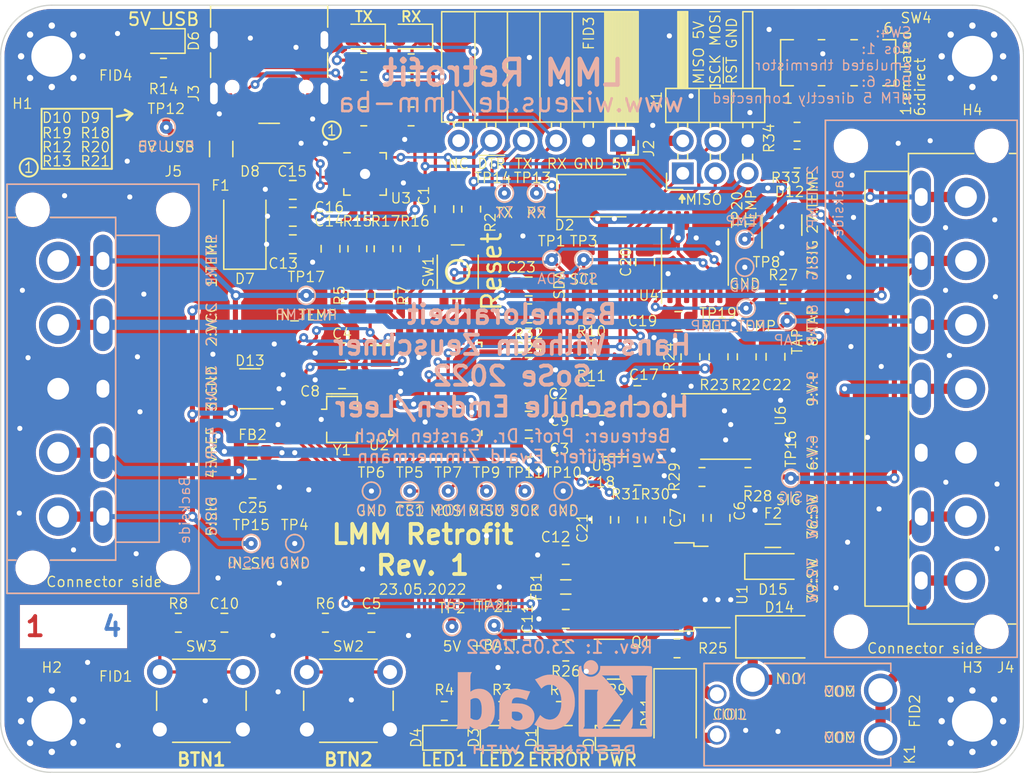
<source format=kicad_pcb>
(kicad_pcb (version 20240108) (generator "pcbnew") (generator_version "8.0")
  (title_block (title "LMM Retrofit") (date "2022-05-13") (rev "1") (company "Hans Wilhelm Zeuschner") (comment 1 "Zweitprüfer: Ewald Zimmermann") (comment 2 "Betreuer: Prof. Dr. Carsten Koch") (comment 3 "Hochschule Emden Leer") (comment 4 "Bacheloarbeit SoSe 2022"))
  (layers (0 "F.Cu" signal) (1 "In1.Cu" signal) (2 "In2.Cu" signal) (31 "B.Cu" signal) (34 "B.Paste" user) (35 "F.Paste" user) (36 "B.SilkS" user "B.Silkscreen") (37 "F.SilkS" user "F.Silkscreen") (38 "B.Mask" user) (39 "F.Mask" user) (44 "Edge.Cuts" user))
  (net 0 "")
  (net 1 "/Microcontroller/~{DTR}")
  (net 2 "/Microcontroller/~{RESET}")
  (net 3 "+BATT")
  (net 4 "GND")
  (net 5 "/Microcontroller/D3{slash}BTN2")
  (net 6 "+5V")
  (net 7 "/Microcontroller/D2{slash}BTN1")
  (net 8 "/Microcontroller/AREF")
  (net 9 "/Power/5V_REG")
  (net 10 "Net-(D10-Pad2)")
  (net 11 "+3V3")
  (net 12 "Net-(D1-Pad2)")
  (net 13 "Net-(D6-Pad2)")
  (net 14 "/Microcontroller/A6{slash}BATT")
  (net 15 "/Car_Connectors_And_DAC/IN_TEMP")
  (net 16 "Net-(R6-Pad2)")
  (net 17 "Net-(R8-Pad2)")
  (net 18 "/USB to UART/USB_DN")
  (net 19 "/USB to UART/USB_DN_IN")
  (net 20 "/USB to UART/USB_DP_IN")
  (net 21 "/USB to UART/USB_DP")
  (net 22 "/Car_Connectors_And_DAC/VREF_DAC")
  (net 23 "/USB to UART/VBUS")
  (net 24 "/Microcontroller/A0{slash}SIG")
  (net 25 "/Microcontroller/DBG_5V")
  (net 26 "/Microcontroller/D0{slash}UART_RX")
  (net 27 "/Microcontroller/D1{slash}UART_TX")
  (net 28 "/Microcontroller/D12{slash}MISO")
  (net 30 "/USB to UART/CC1")
  (net 31 "/Car_Connectors_And_DAC/POT_TEMP")
  (net 32 "/USB to UART/CC2")
  (net 33 "/Car_Connectors_And_DAC/V_REF")
  (net 35 "/Microcontroller/D13{slash}SCK")
  (net 36 "/Microcontroller/D11{slash}MOSI")
  (net 37 "/Microcontroller/D7{slash}LED_ERR")
  (net 38 "/Microcontroller/D6{slash}LED_2")
  (net 39 "/Microcontroller/D5{slash}LED_1")
  (net 40 "/Microcontroller/A4{slash}SDA")
  (net 41 "/Microcontroller/A5{slash}SCL")
  (net 42 "/Microcontroller/D4{slash}RELAY")
  (net 43 "/Microcontroller/D10{slash}~{CS1}")
  (net 44 "/Car_Connectors_And_DAC/C")
  (net 45 "/Car_Connectors_And_DAC/VIN_CAR")
  (net 48 "/Car_Connectors_And_DAC/OUT_SIG")
  (net 49 "/Car_Connectors_And_DAC/OUT_TAP")
  (net 50 "/Microcontroller/XTAL1")
  (net 51 "/Car_Connectors_And_DAC/OUT_TEMP")
  (net 52 "/Car_Connectors_And_DAC/OUT_SW_NO")
  (net 53 "/Car_Connectors_And_DAC/OUT_SW_COM")
  (net 54 "/Microcontroller/XTAL2")
  (net 55 "/Microcontroller/D8")
  (net 56 "/Car_Connectors_And_DAC/B")
  (net 57 "/Microcontroller/D9{slash}~{CS2}")
  (net 58 "/Car_Connectors_And_DAC/V_FB_N")
  (net 63 "/USB to UART/RXD")
  (net 64 "/Car_Connectors_And_DAC/A")
  (net 65 "/USB to UART/~{RST}")
  (net 67 "+5VP")
  (net 73 "/Car_Connectors_And_DAC/VOUT_DAC")
  (net 74 "/USB to UART/5V_USB_IN")
  (net 75 "/Car_Connectors_And_DAC/AIR_SIG")
  (net 76 "/Microcontroller/A7")
  (net 77 "/Microcontroller/A2")
  (net 78 "/Car_Connectors_And_DAC/TEMP_PU")
  (net 79 "Net-(D3-Pad2)")
  (net 80 "Net-(D4-Pad2)")
  (net 81 "Net-(D5-Pad2)")
  (net 82 "Net-(D9-Pad2)")
  (net 83 "Net-(D11-Pad1)")
  (net 87 "/Microcontroller/A3")
  (net 88 "Net-(R33-Pad1)")
  (footprint "Diode_SMD:D_SOD-123F" (layer "F.Cu") (at 170.4 93.9)
    (property "Reference" "D15")
    (property "Value" "SMF18A")
  )
  (footprint "Package_QFP:TQFP-32_7x7mm_P0.8mm" (layer "F.Cu") (at 144 80)
    (property "Reference" "U2")
    (property "Value" "ATmega168-20A")
  )
  (footprint "MountingHole:MountingHole_3.2mm_M3_Pad_Via" (layer "F.Cu") (at 186 54 180)
    (property "Reference" "H4")
    (property "Value" "MountingHole")
  )
  (footprint "Capacitor_SMD:C_0805_2012Metric" (layer "F.Cu") (at 159.8 80.5 180)
    (property "Reference" "C17")
    (property "Value" "100nF")
  )
  (footprint "Resistor_SMD:R_0805_2012Metric" (layer "F.Cu") (at 137.9 69.05 -90)
    (property "Reference" "R15")
    (property "Value" "22.1k")
  )
  (footprint "lmm_footprints:USB_C_Receptacle_GCT_USB4105-GF-A" (layer "F.Cu") (at 131 53.8 180)
    (property "Reference" "J3")
    (property "Value" "USB_C_Receptacle_USB2.0")
  )
  (footprint "Resistor_SMD:R_0805_2012Metric" (layer "F.Cu") (at 166.15 77.5 -90)
    (property "Reference" "R23")
    (property "Value" "182")
  )
  (footprint "Resistor_SMD:R_0805_2012Metric" (layer "F.Cu") (at 137.9 72.7 -90)
    (property "Reference" "R5")
    (property "Value" "10k")
  )
  (footprint "Connector_PinSocket_2.54mm:PinSocket_1x06_P2.54mm_Horizontal" (layer "F.Cu") (at 158.525 60.6 -90)
    (property "Reference" "J2")
    (property "Value" "PC")
  )
  (footprint "Capacitor_SMD:C_0805_2012Metric" (layer "F.Cu") (at 151.3 84.6)
    (property "Reference" "C3")
    (property "Value" "10uF")
  )
  (footprint "MountingHole:MountingHole_3.2mm_M3_Pad_Via" (layer "F.Cu") (at 114 106)
    (property "Reference" "H2")
    (property "Value" "MountingHole")
  )
  (footprint "Capacitor_SMD:C_0805_2012Metric" (layer "F.Cu") (at 154.2 98 180)
    (property "Reference" "C11")
    (property "Value" "10uF")
  )
  (footprint "lmm_footprints:LED_0805_2012Metric_Silkscreen_Text" (layer "F.Cu") (at 158.2 107.3)
    (property "Reference" "D5")
    (property "Value" "PWR")
  )
  (footprint "Inductor_SMD:L_0805_2012Metric" (layer "F.Cu") (at 154.2 95.5)
    (property "Reference" "FB1")
    (property "Value" "1k@100MHz")
  )
  (footprint "lmm_footprints:LED_0805_2012Metric_Silkscreen_Text" (layer "F.Cu") (at 149.2 107.3)
    (property "Reference" "D3")
    (property "Value" "LED2")
  )
  (footprint "Resistor_SMD:R_0805_2012Metric" (layer "F.Cu") (at 142 69.05 90)
    (property "Reference" "R16")
    (property "Value" "47.5k")
  )
  (footprint "Package_SO:VSSOP-8_3.0x3.0mm_P0.65mm" (layer "F.Cu") (at 158 83.7)
    (property "Reference" "U5")
    (property "Value" "DAC101C085CIMM/NOPB")
  )
  (footprint "lmm_footprints:LED_0805_2012Metric_Silkscreen_Text" (layer "F.Cu") (at 153.7 107.3)
    (property "Reference" "D1")
    (property "Value" "ERROR")
  )
  (footprint "lmm_footprints:TestPoint_Pad_D1.0mm_Text_Silkscreen" (layer "F.Cu") (at 168.3 73.7)
    (property "Reference" "TP19")
    (property "Value" "POT_TEMP")
  )
  (footprint "lmm_footprints:TestPoint_Pad_D1.0mm_Text_Silkscreen" (layer "F.Cu") (at 148 88)
    (property "Reference" "TP9")
    (property "Value" "MISO")
  )
  (footprint "lmm_footprints:TestPoint_Pad_D1.0mm_Text_Silkscreen" (layer "F.Cu") (at 153.1 69.9)
    (property "Reference" "TP1")
    (property "Value" "SDA")
  )
  (footprint "Resistor_SMD:R_0805_2012Metric" (layer "F.Cu") (at 172.2875 62 180)
    (property "Reference" "R33")
    (property "Value" "1k")
  )
  (footprint "Resistor_SMD:R_0805_2012Metric" (layer "F.Cu") (at 171.2 72.6)
    (property "Reference" "R27")
    (property "Value" "0R")
  )
  (footprint "Capacitor_SMD:C_0805_2012Metric" (layer "F.Cu") (at 156.96875 90.25 -90)
    (property "Reference" "C21")
    (property "Value" "100nF")
  )
  (footprint "Capacitor_SMD:C_0805_2012Metric" (layer "F.Cu") (at 154.2 93 180)
    (property "Reference" "C12")
    (property "Value" "10uF")
  )
  (footprint "Capacitor_SMD:C_0805_2012Metric" (layer "F.Cu") (at 136.7 77.15)
    (property "Reference" "C4")
    (property "Value" "100nF")
  )
  (footprint "Capacitor_SMD:C_0805_2012Metric" (layer "F.Cu") (at 164.2 90.1 -90)
    (property "Reference" "C7")
    (property "Value" "100nF")
  )
  (footprint "Package_SO:TSSOP-14_4.4x5mm_P0.65mm" (layer "F.Cu") (at 164.3 69.7 90)
    (property "Reference" "U4")
    (property "Value" "AD5280")
  )
  (footprint "Resistor_SMD:R_0805_2012Metric" (layer "F.Cu") (at 138.4 54.5)
    (property "Reference" "R19")
    (property "Value" "10k")
  )
  (footprint "lmm_footprints:LED_0805_2012Metric_Silkscreen_Text" (layer "F.Cu") (at 144.7 107.3)
    (property "Reference" "D4")
    (property "Value" "LED1")
  )
  (footprint "lmm_footprints:TestPoint_Pad_D1.0mm_Text_Silkscreen" (layer "F.Cu") (at 148.6 98.5)
    (property "Reference" "TP21")
    (property "Value" "+BATT")
  )
  (footprint "Resistor_SMD:R_0805_2012Metric" (layer "F.Cu") (at 142.1 58.7)
    (property "Reference" "R21")
    (property "Value" "10k")
  )
  (footprint "Diode_SMD:D_SMA" (layer "F.Cu") (at 170.9 99.4)
    (property "Reference" "D14")
    (property "Value" "CDBA540-HF")
  )
  (footprint "lmm_footprints:LED_0805_2012Metric_Silkscreen_Text" (layer "F.Cu") (at 138.4 52.45 180)
    (property "Reference" "D10")
    (property "Value" "TX")
  )
  (footprint "lmm_footprints:TestPoint_Pad_D1.0mm_Text_Silkscreen" (layer "F.Cu") (at 122.95 59.55)
    (property "Reference" "TP12")
    (property "Value" "5V USB")
  )
  (footprint "Resistor_SMD:R_0805_2012Metric" (layer "F.Cu") (at 153.7 105.2)
    (property "Reference" "R1")
    (property "Value" "10k")
  )
  (footprint "lmm_footprints:Bosch_L_Jetronic_7-Pin_Male_Blade_Conn" (layer "F.Cu") (at 182 80 90)
    (property "Reference" "J4")
    (property "Value" "Bosch_old_LMM")
  )
  (footprint "Resistor_SMD:R_0805_2012Metric" (layer "F.Cu") (at 140 72.7 -90)
    (property "Reference" "R7")
    (property "Value" "10k")
  )
  (footprint "Package_TO_SOT_SMD:TO-252-2" (layer "F.Cu") (at 161.75 95.5 180)
    (property "Reference" "U1")
    (property "Value" "NCP1117IDT50T4G")
  )
  (footprint "Resistor_SMD:R_0805_2012Metric" (layer "F.Cu") (at 149.2 105.2)
    (property "Reference" "R3")
    (property "Value" "10k")
  )
  (footprint "Fiducial:Fiducial_0.5mm_Mask1mm" (layer "F.Cu") (at 182 103)
    (property "Reference" "FID2")
    (property "Value" "Fiducial")
  )
  (footprint "Capacitor_SMD:C_0805_2012Metric" (layer "F.Cu") (at 135.8 69.05 90)
    (property "Reference" "C14")
    (property "Value" "100nF")
  )
  (footprint "Inductor_SMD:L_0805_2012Metric" (layer "F.Cu") (at 129.7 85 180)
    (property "Reference" "FB2")
    (property "Value" "1k@100MHz")
  )
  (footprint "lmm_footprints:LED_0805_2012Metric_Silkscreen_Text" (layer "F.Cu") (at 122.7375 52.8 180)
    (property "Reference" "D6")
    (property "Value" "5V USB")
  )
  (footprint "Resistor_SMD:R_0805_2012Metric" (layer "F.Cu") (at 172.2875 59.9)
    (property "Reference" "R34")
    (property "Value" "1k")
  )
  (footprint "Resistor_SMD:R_0805_2012Metric" (layer "F.Cu") (at 158.2 105.2)
    (property "Reference" "R9")
    (property "Value" "10k")
  )
  (footprint "lmm_footprints:TestPoint_Pad_D1.0mm_Text_Silkscreen" (layer "F.Cu") (at 149.4 64.7)
    (property "Reference" "TP14")
    (property "Value" "TX")
  )
  (footprint "Crystal:Resonator_SMD_Murata_CSTxExxV-3Pin_3.0x1.1mm" (layer "F.Cu") (at 136.7 82.4 -90)
    (property "Reference" "Y1")
    (property "Value" "16MHz")
  )
  (footprint "Fuse:Fuse_1206_3216Metric" (layer "F.Cu") (at 170.4 91.5 180)
    (property "Reference" "F2")
    (property "Value" "250mA")
  )
  (footprint "Diode_SMD:D_SMA" (layer "F.Cu") (at 162.75 105.3 -90)
    (property "Reference" "D11")
    (property "Value" "CDBA540-HF")
  )
  (footprint "lmm_footprints:TestPoint_Pad_D1.0mm_Text_Silkscreen" (layer "F.Cu") (at 145.3 98.6)
    (property "Reference" "TP2")
    (property "Value" "5V")
  )
  (footprint "Resistor_SMD:R_0805_2012Metric" (layer "F.Cu") (at 144.7 105.2)
    (property "Reference" "R4")
    (property "Value" "10k")
  )
  (footprint "lmm_footprints:TestPoint_Pad_D1.0mm_Text_Silkscreen" (layer "F.Cu") (at 142 88)
    (property "Reference" "TP5")
    (property "Value" "~{CS1}")
  )
  (footprint "Resistor_SMD:R_0805_2012Metric" (layer "F.Cu") (at 161.16875 90.25 -90)
    (property "Reference" "R30")
    (property "Value" "47.5k")
  )
  (footprint "Resistor_SMD:R_0805_2012Metric" (layer "F.Cu") (at 159.06875 90.25 -90)
    (property "Reference" "R31")
    (property "Value" "22.1k")
  )
  (footprint "Fiducial:Fiducial_0.5mm_Mask1mm" (layer "F.Cu") (at 119 104)
    (property "Reference" "FID1")
    (property "Value" "Fiducial")
  )
  (footprint "lmm_footprints:TestPoint_Pad_D1.0mm_Text_Silkscreen" (layer "F.Cu") (at 139 88)
    (property "Reference" "TP6")
    (property "Value" "GND")
  )
  (footprint "Resistor_SMD:R_0805_2012Metric" (layer "F.Cu") (at 138.4 56.6)
    (property "Reference" "R12")
    (property "Value" "5.1k")
  )
  (footprint "lmm_footprints:TestPoint_Pad_D1.0mm_Text_Silkscreen" (layer "F.Cu") (at 171.5 74.7)
    (property "Reference" "TP18")
    (property "Value" "TAP")
  )
  (footprint "Capacitor_SMD:C_0805_2012Metric" (layer "F.Cu") (at 166.3 90.1 90)
    (property "Reference" "C6")
    (property "Value" "10uF")
  )
  (footprint "lmm_footprints:TestPoint_Pad_D1.0mm_Text_Silkscreen" (layer "F.Cu") (at 171.8 87)
    (property "Reference" "TP16")
    (property "Value" "SIG")
  )
  (footprint "Resistor_SMD:R_0805_2012Metric" (layer "F.Cu") (at 123.9 98.3 180)
    (property "Reference" "R8")
    (property "Value" "1k")
  )
  (footprint "lmm_footprints:TestPoint_Pad_D1.0mm_Text_Silkscreen" (layer "F.Cu") (at 133 92.1)
    (property "Reference" "TP4")
    (property "Value" "GND")
  )
  (footprint "Resistor_SMD:R_0805_2012Metric" (layer "F.Cu") (at 168.35 77.5 90)
    (property "Reference" "R22")
    (property "Value" "200")
  )
  (footprint "Capacitor_SMD:C_0805_2012Metric" (layer "F.Cu") (at 136.7 79.25)
    (property "Reference" "C8")
    (property "Value" "100nF")
  )
  (footprint "Package_TO_SOT_SMD:SOT-23-6" (layer "F.Cu") (at 129.5 80 180)
    (property "Reference" "D13")
    (property "Value" "D5V0F4U6SO-7")
  )
  (footprint "Capacitor_SMD:C_0805_2012Metric" (layer "F.Cu") (at 144.7 65.95 -90)
    (property "Reference" "C1")
    (property "Value" "100nF")
  )
  (footprint "lmm_footprints:TestPoint_Pad_D1.0mm_Text_Silkscreen" (layer "F.Cu") (at 151 88)
    (property "Reference" "TP11")
    (property "Value" "SCK")
  )
  (footprint "Resistor_SMD:R_0805_2012Metric" (layer "F.Cu") (at 168.45 86.9)
    (property "Reference" "R28")
    (property "Value" "10k")
  )
  (footprint "Resistor_SMD:R_0805_2012Metric" (layer "F.Cu") (at 151.3 74.1)
    (property "Reference" "R32")
    (property "Value" "10k")
  )
  (footprint "Resistor_SMD:R_0805_2012Metric" (layer "F.Cu") (at 156.2 77)
    (property "Reference" "R10")
    (property "Value" "5.1k")
  )
  (footprint "Resistor_SMD:R_0805_2012Metric" (layer "F.Cu") (at 154.2 100.55)
    (property "Reference" "R26")
    (property "Value" "1k")
  )
  (footprint "Resistor_SMD:R_0805_2012Metric" (layer "F.Cu") (at 163.95 77.5 90)
    (property "Reference" "R24")
    (property "Value" "182")
  )
  (footprint "lmm_footprints:TestPoint_Pad_D1.0mm_Text_Silkscreen" (layer "F.Cu") (at 151.9 64.7)
    (property "Reference" "TP13")
    (property "Value" "RX")
  )
  (footprint "Resistor_SMD:R_0805_2012Metric" (layer "F.Cu") (at 142.1 56.6)
    (property "Reference" "R20")
    (property "Value" "5.1k")
  )
  (footprint "Connector_PinHeader_2.54mm:PinHeader_2x03_P2.54mm_Horizontal" (layer "F.Cu") (at 163.35 63.15 90)
    (property "Reference" "J1")
    (property "Value" "ICSP")
  )
  (footprint "Capacitor_SMD:C_0805_2012Metric" (layer "F.Cu") (at 170.6 77.5 -90)
    (property "Reference" "C22")
    (property "Value" "100nF")
  )
  (footprint "Capacitor_SMD:C_0805_2012Metric" (layer "F.Cu") (at 139 98.3 180)
    (property "Reference" "C5")
    (property "Value" "100nF")
  )
  (footprint "lmm_footprints:TestPoint_Pad_D1.0mm_Text_Silkscreen" (layer "F.Cu") (at 145 88)
    (property "Reference" "TP7")
    (property "Value" "MOSI")
  )
  (footprint "lmm_footprints:TestPoint_Pad_D1.0mm_Text_Silkscreen" (layer "F.Cu") (at 168.2 70.5)
    (property "Reference" "TP8")
    (property "Value" "GND")
  )
  (footprint "Capacitor_SMD:C_0805_2012Metric" (layer "F.Cu") (at 129.7 87.8)
    (property "Reference" "C25")
    (property "Value" "10uF")
  )
  (footprint "Resistor_SMD:R_0805_2012Metric" (layer "F.Cu") (at 162.9 100.3 180)
    (property "Reference" "R25")
    (property "Value" "200")
  )
  (footprint "lmm_footprints:TestPoint_Pad_D1.0mm_Text_Silkscreen" (layer "F.Cu") (at 133.9 72.7)
    (property "Reference" "TP17")
    (property "Value" "IN_TEMP")
  )
  (footprint "Capacitor_SMD:C_0805_2012Metric" (layer "F.Cu") (at 132.85 64.45 180)
    (property "Reference" "C15")
    (property "Value" "10uF")
  )
  (footprint "Capacitor_SMD:C_0805_2012Metric" (layer "F.Cu") (at 127.5 98.3 180)
    (property "Reference" "C10")
    (property "Value" "100nF")
  )
  (footprint "Resistor_SMD:R_0805_2012Metric" (layer "F.Cu") (at 135.4 98.3 180)
    (property "Reference" "R6")
    (property "Value" "1k")
  )
  (footprint "Fiducial:Fiducial_0.5mm_Mask1mm" (layer "F.Cu") (at 119 57)
    (property "Reference" "FID4")
    (property "Value" "Fiducial")
  )
  (footprint "Capacitor_SMD:C_0805_2012Metric" (layer "F.Cu") (at 151.3 78.3 180)
    (property "Reference" "C24")
    (property "Value" "100nF")
  )
  (footprint "lmm_footprints:TestPoint_Pad_D1.0mm_Text_Silkscreen" (layer "F.Cu") (at 154 88)
    (property "Reference" "TP10")
    (property "Value" "GND")
  )
  (footprint "lmm_footprints:PTS815_SMT_Push_Button" (layer "F.Cu") (at 145.75 70.85 90)
    (property "Reference" "SW1")
    (property "Value" "Reset")
  )
  (footprint "Button_Switch_THT:SW_PUSH_6mm_H9.5mm" (layer "F.Cu") (at 133.95 102.15)
    (property "Reference" "SW2")
    (property "Value" "BTN2")
  )
  (footprint "Diode_SMD:D_SMA" (layer "F.Cu") (at 129.1 67.25 90)
    (property "Reference" "D7")
    (property "Value" "CDBA540-HF")
  )
  (footprint "lmm_footprints:TestPoint_Pad_D1.0mm_Text_Silkscreen" (layer "F.Cu") (at 155.6 69.9)
    (property "Reference" "TP3")
    (property "Value" "SCL")
  )
  (footprint "Capacitor_SMD:C_0805_2012Metric" (layer "F.Cu") (at 151.3 72 180)
    (property "Reference" "C23")
    (property "Value" "100nF")
  )
  (footprint "Capacitor_SMD:C_0805_2012Metric" (layer "F.Cu") (at 132.85 66.55)
    (property "Reference" "C16")
    (property "Value" "100nF")
  )
  (footprint "Capacitor_SMD:C_0805_2012Metric" (layer "F.Cu") (at 151.3 82.5 180)
    (property "Reference" "C9")
    (property "Value" "100nF")
  )
  (footprint "lmm_footprints:Bosch_Airmass_Senosor_5-Pin_Male_Blade_Connector" (layer "F.Cu") (at 118 80 -90)
    (property "Reference" "J5")
    (property "Value" "Bosch_HFM5_LMM")
  )
  (footprint "Resistor_SMD:R_0805_2012Metric" (layer "F.Cu") (at 146.8 65.95 -90)
    (property "Reference" "R2")
    (property "Value" "10k")
  )
  (footprint "Resistor_SMD:R_0805_2012Metric" (layer "F.Cu") (at 122.7375 54.9 180)
    (property "Reference" "R14")
    (property "Value" "10k")
  )
  (footprint "Capacitor_SMD:C_0805_2012Metric" (layer "F.Cu") (at 132.85 68.7 180)
    (property "Reference" "C13")
    (property "Value" "10uF")
  )
  (footprint "Capacitor_SMD:C_0805_2012Metric" (layer "F.Cu") (at 151.3 80.4 180)
    (property "Reference" "C2")
    (property "Value" "100nF")
  )
  (footprint "Package_TO_SOT_SMD:SOT-23-6" (layer "F.Cu") (at 171.1 67.2 90)
    (property "Reference" "D12")
    (property "Value" "D5V0F4U6SO-7")
  )
  (footprint "Resistor_SMD:R_0805_2012Metric" (layer "F.Cu") (at 164.85 86.9 180)
    (property "Reference" "R29")
    (property "Value" "10k")
  )
  (footprint "Fuse:Fuse_1206_3216Metric" (layer "F.Cu") (at 127.25 61.25 -90)
    (property "Reference" "F1")
    (property "Value" "250mA")
  )
  (footprint "Resistor_SMD:R_0805_2012Metric" (layer "F.Cu") (at 142.1 54.55 180)
    (property "Reference" "R18")
    (property "Value" "10k")
  )
  (footprint "lmm_footprints:JS202011SCQN" (layer "F.Cu") (at 173 57.3)
    (property "Reference" "SW4")
    (property "Value" "Thermistor select")
  )
  (footprint "lmm_footprints:G8G__SPST" (layer "F.Cu") (at 166.0175 105.4825)
    (property "Reference" "K1")
    (property "Value" "G8G")
  )
  (footprint "Fiducial:Fiducial_0.5mm_Mask1mm" (layer "F.Cu") (at 156 54.7)
    (property "Reference" "FID3")
    (property "Value" "Fiducial")
  )
  (footprint "Package_TO_SOT_SMD:SOT-23-6" (layer "F.Cu") (at 131 60.8 180)
    (property "Reference" "D8")
    (property "Value" "DM1231")
  )
  (footprint "Capacitor_SMD:C_0805_2012Metric" (layer "F.Cu") (at 163 74.7 180)
    (property "Reference" "C19")
    (property "Value" "10uF")
  )
  (footprint "Resistor_SMD:R_0805_2012Metric" (layer "F.Cu") (at 156.2 80.5)
    (property "Reference" "R11")
    (property "Value" "5.1k")
  )
  (footprint "Package_SO:SOIC-8_3.9x4.9mm_P1.27mm" (layer "F.Cu") (at 166.7 82.95)
    (property "Reference" "U6")
    (property "Value" "TLV271")
  )
  (footprint "MountingHole:MountingHole_3.2mm_M3_Pad_Via" (layer "F.Cu") (at 114 54 180)
    (property "Reference" "H1")
    (property "Value" "MountingHole")
  )
  (footprint "Diode_SMD:D_SMA" (layer "F.Cu") (at 156.9 64.9)
    (property "Reference" "D2")
    (property "Value" "CDBA540-HF")
  )
  (footprint "lmm_footprints:SiliconLabs_QFN-20-1EP_3x3mm_P0.5mm_EP1.8x1.8mm_Center_Via" (layer "F.Cu") (at 138.5 63.2)
    (property "Reference" "U3")
    (property "Value" "CP2102N-A02-GQFN20")
  )
  (footprint "Resistor_SMD:R_0805_2012Metric" (layer "F.Cu") (at 139.95 69.05 -90)
    (property "Reference" "R17")
    (property "Value" "1k")
  )
  (footprint "lmm_footprints:LED_0805_2012Metric_Silkscreen_Text" (layer "F.Cu") (at 142.1 52.45 180)
    (property "Reference" "D9")
    (property "Value" "RX")
  )
  (footprint "lmm_footprints:TestPoint_Pad_D1.0mm_Text_Silkscreen" (layer "F.Cu") (at 129.6 92.1)
    (property "Reference" "TP15")
    (property "Value" "IN_SIG")
  )
  (footprint "MountingHole:MountingHole_3.2mm_M3_Pad_Via" (layer "F.Cu") (at 186 106)
    (property "Reference" "H3")
    (property "Value" "MountingHole")
  )
  (footprint "Button_Switch_THT:SW_PUSH_6mm_H9.5mm" (layer "F.Cu") (at 122.45 102.15)
    (property "Reference" "SW3")
    (property "Value" "BTN1")
  )
  (footprint "Resistor_SMD:R_0805_2012Metric" (layer "F.Cu") (at 138.4 58.7)
    (property "Reference" "R13")
    (property "Value" "5.1k")
  )
  (footprint "Capacitor_SMD:C_0805_2012Metric" (layer "F.Cu") (at 160.4 70.1 90)
    (property "Reference" "C20")
    (property "Value" "100nF")
  )
  (footprint "Capacitor_SMD:C_0805_2012Metric" (layer "F.Cu") (at 159.8 86.8 180)
    (property "Reference" "C18")
    (property "Value" "100nF")
  )
  (footprint "Package_TO_SOT_SMD:SOT-23" (layer "F.Cu") (at 158.1 101.15)
    (property "Reference" "Q1")
    (property "Value" "MMBT4401-7-F")
  )
  (footprint "lmm_footprints:TestPoint_Pad_D1.0mm_Text_Silkscreen" (layer "F.Cu") (at 168.2 68.3)
    (property "Reference" "TP20")
    (property "Value" "TEMP")
  )
  (footprint "Symbol:KiCad-Logo2_6mm_SilkScreen" (layer "B.Cu") (at 153.3 104.204848 180)
    (property "Reference" "REF**" (hide yes))
    (property "Value" "KiCad-Logo2_6mm_SilkScreen" (hide yes))
  )
  (gr_line (start 163.3 64.85) (end 163.1 65.15) (stroke (width 0.15)) (layer "F.SilkS"))
  (gr_line (start 163.1 65.15) (end 163.5 65.15) (stroke (width 0.15)) (layer "F.SilkS"))
  (gr_circle (center 135.9 59.8) (end 136.4 59.3) (stroke (width 0.15)) (fill none) (layer "F.SilkS"))
  (gr_circle (center 112.2 62.7) (end 112.7 62.2) (stroke (width 0.15)) (fill none) (layer "F.SilkS"))
  (gr_line (start 163.5 65.15) (end 163.3 64.85) (stroke (width 0.15)) (layer "F.SilkS"))
  (gr_line (start 118.7 62.8) (end 113.2 62.8) (stroke (width 0.15)) (layer "F.SilkS"))
  (gr_line (start 118.7 58.1) (end 118.7 62.8) (stroke (width 0.15)) (layer "F.SilkS"))
  (gr_line (start 120.28129 58.495071) (end 119.719427 58.187972) (stroke (width 0.2)) (layer "F.SilkS"))
  (gr_line (start 163.3 65.45) (end 163.3 64.85) (stroke (width 0.15)) (layer "F.SilkS"))
  (gr_line (start 113.2 62.8) (end 113.2 58.1) (stroke (width 0.15)) (layer "F.SilkS"))
  (gr_line (start 113.2 58.1) (end 118.7 58.1) (stroke (width 0.15)) (layer "F.SilkS"))
  (gr_line (start 119.09952 58.703448) (end 120.28129 58.495071) (stroke (width 0.2)) (layer "F.SilkS"))
  (gr_line (start 120.28129 58.495071) (end 119.858345 58.975817) (stroke (width 0.2)) (layer "F.SilkS"))
  (gr_line (start 190 54) (end 190 106) (stroke (width 0.1)) (layer "Edge.Cuts"))
  (gr_arc (start 114 110) (mid 111.171573 108.828427) (end 110 106) (stroke (width 0.1)) (layer "Edge.Cuts"))
  (gr_arc (start 190 106) (mid 188.828427 108.828427) (end 186 110) (stroke (width 0.1)) (layer "Edge.Cuts"))
  (gr_arc (start 110 54) (mid 111.171573 51.171573) (end 114 50) (stroke (width 0.1)) (layer "Edge.Cuts"))
  (gr_line (start 114 110) (end 186 110) (stroke (width 0.1)) (layer "Edge.Cuts"))
  (gr_arc (start 186 50) (mid 188.828427 51.171573) (end 190 54) (stroke (width 0.1)) (layer "Edge.Cuts"))
  (gr_line (start 110 54) (end 110 106) (stroke (width 0.1)) (layer "Edge.Cuts"))
  (gr_line (start 114 50) (end 186 50) (stroke (width 0.1)) (layer "Edge.Cuts"))
  (gr_text "1" (at 112.7 98.6 0) (layer "F.Cu") (effects (font (size 1.5 1.5) (thickness 0.3))))
  (gr_text "4" (at 118.7 98.6 0) (layer "B.Cu") (effects (font (size 1.5 1.5) (thickness 0.3))))
  (gr_text "LMM Retrofit" (at 149.3 55.3 0) (layer "B.SilkS") (effects (font (size 2 2) (thickness 0.35)) (justify mirror)))
  (gr_text "Betreuer: Prof. Dr. Carsten Koch\nZweitprüfer: Ewald Zimmermann" (at 150 84.5 0) (layer "B.SilkS") (effects (font (size 1 1)) (justify mirror)))
  (gr_text "SW4:\nPos 1:\nemulated thermistor\nPos 6:\nHFM 5 directly connected" (at 181.3 54.7 0) (layer "B.SilkS") (effects (font (size 0.8 0.8) (thickness 0.1)) (justify left mirror)))
  (gr_text "www.wizeus.de/lmm-ba" (at 149.9 57.6 0) (layer "B.SilkS") (effects (font (size 1.5 1.5) (thickness 0.2)) (justify mirror)))
  (gr_text "Bachelorarbeit\nHans Wilhelm Zeuschner\nSoSe 2022\nHochschule Emden/Leer" (at 150 77.8 0) (layer "B.SilkS") (effects (font (size 1.5 1.5) (thickness 0.3)) (justify mirror)))
  (gr_text "Rev. 1: 23.05.2022" (at 153.7 100.2 0) (layer "B.SilkS") (effects (font (size 1 1)) (justify mirror)))
  (gr_text "BTN2" (at 137.2 109 0) (layer "F.SilkS") (effects (font (size 1 1) (thickness 0.2))))
  (gr_text "1" (at 112.2 62.7 0) (layer "F.SilkS") (effects (font (size 0.8 0.8) (thickness 0.1))))
  (gr_text "MISO" (at 165 65.2 0) (layer "F.SilkS") (effects (font (size 0.8 0.8) (thickness 0.1))))
  (gr_text "23.05.2022" (at 143 95.7 0) (layer "F.SilkS") (effects (font (size 0.8 0.8) (thickness 0.1))))
  (gr_text "BTN1" (at 125.7 109 0) (layer "F.SilkS") (effects (font (size 1 1) (thickness 0.2))))
  (gr_text "TX" (at 150.9 62.4 0) (layer "F.SilkS") (effects (font (size 0.8 0.8) (thickness 0.1))))
  (gr_text "RX" (at 153.5 62.4 0) (layer "F.SilkS") (effects (font (size 0.8 0.8) (thickness 0.1))))
  (gr_text "5V" (at 158.5 62.4 0) (layer "F.SilkS") (effects (font (size 0.8 0.8) (thickness 0.1))))
  (gr_text "GND" (at 156 62.4 0) (layer "F.SilkS") (effects (font (size 0.8 0.8) (thickness 0.1))))
  (gr_text "6:direct" (at 181.9 56.4 90) (layer "F.SilkS") (effects (font (size 0.8 0.8) (thickness 0.1))))
  (gr_text "MISO 5V\nSCK MOSI\n~{RST} GND" (at 165.89 56.25 90) (layer "F.SilkS") (effects (font (size 0.8 0.8) (thickness 0.1)) (justify left)))
  (gr_text "1" (at 135.9 59.8 0) (layer "F.SilkS") (effects (font (size 0.8 0.8) (thickness 0.1))))
  (gr_text "~{DTR}" (at 148.4 62.4 0) (layer "F.SilkS") (effects (font (size 0.8 0.8) (thickness 0.1))))
  (gr_text "LMM Retrofit\nRev. 1" (at 143 92.6 0) (layer "F.SilkS") (effects (font (size 1.5 1.5) (thickness 0.3))))
  (gr_text "NC" (at 145.8 62.4 0) (layer "F.SilkS") (effects (font (size 0.8 0.8) (thickness 0.1))))
  (gr_text "1:emulated" (at 180.8 58.7 90) (layer "F.SilkS") (effects (font (size 0.8 0.8) (thickness 0.1)) (justify left)))
  (segment (start 141.3 61.9) (end 139.8 61.9) (width 0.2) (layer "F.Cu") (net 1))
  (segment (start 144.7 65) (end 145 64.7) (width 0.25) (layer "F.Cu") (net 1))
  (segment (start 145 64.7) (end 145 61.9) (width 0.25) (layer "F.Cu") (net 1))
  (segment (start 139.8 61.9) (end 139.75 61.95) (width 0.2) (layer "F.Cu") (net 1))
  (via (at 141.3 61.9) (size 0.7) (drill 0.3) (layers "F.Cu" "B.Cu") (net 1))
  (via (at 145 61.9) (size 0.7) (drill 0.3) (layers "F.Cu" "B.Cu") (net 1))
  (segment (start 145 61.9) (end 141.3 61.9) (width 0.2) (layer "B.Cu") (net 1))
  (segment (start 147.065 61.9) (end 148.365 60.6) (width 0.25) (layer "B.Cu") (net 1))
  (segment (start 145 61.9) (end 147.065 61.9) (width 0.25) (layer "B.Cu") (net 1))
  (segment (start 148.439133 65.223367) (end 148.439133 62.660867) (width 0.25) (layer "F.Cu") (net 2))
  (segment (start 146.6 66.8625) (end 145.2375 66.8625) (width 0.25) (layer "F.Cu") (net 2))
  (segment (start 148.439133 62.660867) (end 148.6 62.5) (width 0.25) (layer "F.Cu") (net 2))
  (segment (start 144.675 68.6) (end 144.675 73.1) (width 0.25) (layer "F.Cu") (net 2))
  (segment (start 146.8 66.8625) (end 148.439133 65.223367) (width 0.25) (layer "F.Cu") (net 2))
  (segment (start 143.6 75.75) (end 143.6 74.7) (width 0.25) (layer "F.Cu") (net 2))
  (segment (start 145.2375 66.8625) (end 144.5375 66.8625) (width 0.25) (layer "F.Cu") (net 2))
  (segment (start 145.15 66.95) (end 145.2375 66.8625) (width 0.25) (layer "F.Cu") (net 2))
  (segment (start 144.675 66.925) (end 144.7 66.9) (width 0.25) (layer "F.Cu") (net 2))
  (segment (start 143.6 74.7) (end 144.675 73.625) (width 0.25) (layer "F.Cu") (net 2))
  (segment (start 144.675 68.6) (end 144.675 66.925) (width 0.25) (layer "F.Cu") (net 2))
  (segment (start 144.675 73.625) (end 144.675 73.1) (width 0.25) (layer "F.Cu") (net 2))
  (via (at 148.6 62.5) (size 0.7) (drill 0.3) (layers "F.Cu" "B.Cu") (net 2))
  (segment (start 162.175489 64.324511) (end 160.250978 62.4) (width 0.25) (layer "B.Cu") (net 2))
  (segment (start 167.255489 64.324511) (end 162.175489 64.324511) (width 0.25) (layer "B.Cu") (net 2))
  (segment (start 160.250978 62.4) (end 148.7 62.4) (width 0.25) (layer "B.Cu") (net 2))
  (segment (start 168.43 63.15) (end 167.255489 64.324511) (width 0.25) (layer "B.Cu") (net 2))
  (segment (start 148.7 62.4) (end 148.6 62.5) (width 0.25) (layer "B.Cu") (net 2))
  (segment (start 172.899511 89.100489) (end 174 88) (width 0.8) (layer "F.Cu") (net 3))
  (segment (start 163.8125 100.3) (end 164.5 100.9875) (width 0.8) (layer "F.Cu") (net 3))
  (segment (start 170 93.9) (end 169 93.9) (width 0.8) (layer "F.Cu") (net 3))
  (segment (start 170.5 90.5) (end 170.5 93.4) (width 0.8) (layer "F.Cu") (net 3))
  (segment (start 172.899511 89.100489) (end 171.899511 89.100489) (width 0.8) (layer "F.Cu") (net 3))
  (segment (start 161.16875 91.1625) (end 164.0875 91.1625) (width 0.25) (layer "F.Cu") (net 3))
  (segment (start 172.899511 89.100489) (end 172.899511 82.500489) (width 0.8) (layer "F.Cu") (net 3))
  (segment (start 172.899511 82.500489) (end 172.899511 80.749511) (width 0.8) (layer "F.Cu") (net 3))
  (segment (start 163.8125 95.3575) (end 165.95 93.22) (width 0.8) (layer "F.Cu") (net 3))
  (segment (start 114.5 75) (end 118 75) (width 0.8) (layer "F.Cu") (net 3))
  (segment (start 165.3825 103.8825) (end 166.0175 103.8825) (width 0.8) (layer "F.Cu") (net 3))
  (segment (start 167.336045 74.936045) (end 164.186045 74.936045) (width 0.8) (layer "F.Cu") (net 3))
  (segment (start 170.6 78.45) (end 168.3875 78.45) (width 0.8) (layer "F.Cu") (net 3))
  (segment (start 164.3 74.35) (end 163.95 74.7) (width 0.4) (layer "F.Cu") (net 3))
  (segment (start 164.0875 91.1625) (end 164.2 91.05) (width 0.25) (layer "F.Cu") (net 3))
  (segment (start 163.8125 100.3) (end 163.8125 99.1125) (width 0.8) (layer "F.Cu") (net 3))
  (segment (start 168.3875 78.45) (end 168.35 78.4125) (width 0.8) (layer "F.Cu") (net 3))
  (segment (start 172.714022 82.315) (end 172.899511 82.500489) (width 0.8) (layer "F.Cu") (net 3))
  (segment (start 164.5 103) (end 165.3825 103.8825) (width 0.8) (layer "F.Cu") (net 3))
  (segment (start 169.175 82.315) (end 172.714022 82.315) (width 0.8) (layer "F.Cu") (net 3))
  (segment (start 163.95 74.7) (end 164.15 74.9) (width 0.4) (layer "F.Cu") (net 3))
  (segment (start 170.5 93.4) (end 170 93.9) (width 0.8) (layer "F.Cu") (net 3))
  (segment (start 163.8125 99.1125) (end 163.8125 95.3575) (width 0.8) (layer "F.Cu") (net 3))
  (segment (start 172.899511 80.749511) (end 170.6 78.45) (width 0.8) (layer "F.Cu") (net 3))
  (segment (start 164.186045 74.936045) (end 163.95 74.7) (width 0.8) (layer "F.Cu") (net 3))
  (segment (start 164.5 100.9875) (end 164.5 103) (width 0.8) (layer "F.Cu") (net 3))
  (segment (start 174 88) (end 174 75.9) (width 0.8) (layer "F.Cu") (net 3))
  (segment (start 171.899511 89.100489) (end 170.5 90.5) (width 0.8) (layer "F.Cu") (net 3))
  (segment (start 164.3 72.5625) (end 164.3 74.35) (width 0.4) (layer "F.Cu") (net 3))
  (via (at 163.8125 99.1125) (size 0.7) (drill 0.3) (layers "F.Cu" "B.Cu") (net 3))
  (via (at 167.336045 74.936045) (size 0.8) (drill 0.4) (layers "F.Cu" "B.Cu") (net 3))
  (via (at 174 75.9) (size 0.8) (drill 0.4) (layers "F.Cu" "B.Cu") (net 3))
  (segment (start 163.725 99.2) (end 163.8125 99.1125) (width 0.25) (layer "B.Cu") (net 3))
  (segment (start 168.3 75.9) (end 174 75.9) (width 0.8) (layer "B.Cu") (net 3))
  (segment (start 118 75) (end 133.527912 75) (width 0.8) (layer "B.Cu") (net 3))
  (segment (start 140.460659 74.936045) (end 167.336045 74.936045) (width 0.8) (layer "B.Cu") (net 3))
  (segment (start 134.027912 74.5) (end 140.024614 74.5) (width 0.8) (layer "B.Cu") (net 3))
  (segment (start 148.6 98.5) (end 149.3 99.2) (width 0.25) (layer "B.Cu") (net 3))
  (segment (start 149.3 99.2) (end 163.725 99.2) (width 0.25) (layer "B.Cu") (net 3))
  (segment (start 140.024614 74.5) (end 140.460659 74.936045) (width 0.8) (layer "B.Cu") (net 3))
  (segment (start 167.336045 74.936045) (end 168.3 75.9) (width 0.8) (layer "B.Cu") (net 3))
  (segment (start 133.527912 75) (end 134.027912 74.5) (width 0.8) (layer "B.Cu") (net 3))
  (segment (start 155.8 82.725) (end 155.8 83.200489) (width 0.8) (layer "F.Cu") (net 4))
  (segment (start 163.95 76.5875) (end 163.12335 76.5875) (width 0.8) (layer "F.Cu") (net 4))
  (segment (start 135.9 62.9) (end 135.95 62.95) (width 0.25) (layer "F.Cu") (net 4))
  (segment (start 130.6375 80) (end 131.7755 80) (width 0.6) (layer "F.Cu") (net 4))
  (segment (start 156.96875 89.3) (end 156.96875 89.33125) (width 0.25) (layer "F.Cu") (net 4))
  (segment (start 152.25 82.5) (end 153.0755 82.5) (width 0.8) (layer "F.Cu") (net 4))
  (segment (start 160.975 84.675) (end 161.6 85.3) (width 0.4) (layer "F.Cu") (net 4))
  (segment (start 135.9 61.3) (end 135.9 62.9) (width 0.25) (layer "F.Cu") (net 4))
  (segment (start 160.75 86.8) (end 161.9 86.8) (width 0.8) (layer "F.Cu") (net 4))
  (segment (start 162.15 71.05) (end 162.2 71) (width 0.8) (layer "F.Cu") (net 4))
  (segment (start 157.1625 102.1) (end 155.8 102.1) (width 0.8) (layer "F.Cu") (net 4))
  (segment (start 135.074011 83.974011) (end 135.6 84.5) (width 0.25) (layer "F.Cu") (net 4))
  (segment (start 140.8279 80.4) (end 141.026643 80.201257) (width 0.6) (layer "F.Cu") (net 4))
  (segment (start 171.1 70.2125) (end 170.8625 70.45) (width 0.8) (layer "F.Cu") (net 4))
  (segment (start 135.8 70) (end 134.5 70) (width 0.8) (layer "F.Cu") (net 4))
  (segment (start 130.75 64.45) (end 130.7 64.4) (width 0.8) (layer "F.Cu") (net 4))
  (segment (start 139.3125 56.6) (end 139.3125 58.7) (width 0.25) (layer "F.Cu") (net 4))
  (segment (start 135.75 77.15) (end 134.65 77.15) (width 0.8) (layer "F.Cu") (net 4))
  (segment (start 138.25 62.95) (end 138.5 63.2) (width 0.25) (layer "F.Cu") (net 4))
  (segment (start 153.176988 78.3) (end 153.4 78.523012) (width 0.8) (layer "F.Cu") (net 4))
  (segment (start 131.7 87.8) (end 131.8 87.7) (width 0.8) (layer "F.Cu") (net 4))
  (segment (start 135.75 79.25) (end 134.65 79.25) (width 0.8) (layer "F.Cu") (net 4))
  (segment (start 153.25 98) (end 152.1 98) (width 0.8) (layer "F.Cu") (net 4))
  (segment (start 139.75 80.4) (end 140.8279 80.4) (width 0.6) (layer "F.Cu") (net 4))
  (segment (start 135.4 60.8) (end 135.9 61.3) (width 0.25) (layer "F.Cu") (net 4))
  (segment (start 139.25 63.95) (end 138.5 63.2) (width 0.2) (layer "F.Cu") (net 4))
  (segment (start 131.9 68.7) (end 130.8 68.7) (width 0.8) (layer "F.Cu") (net 4))
  (segment (start 152.25 80.4) (end 153.4 80.4) (width 0.8) (layer "F.Cu") (net 4))
  (segment (start 155.8 82.725) (end 155.8 81.774543) (width 0.8) (layer "F.Cu") (net 4))
  (segment (start 138 84.5) (end 139.1 83.4) (width 0.25) (layer "F.Cu") (net 4))
  (segment (start 160.4 71.05) (end 162.15 71.05) (width 0.8) (layer "F.Cu") (net 4))
  (segment (start 148.25 79.6) (end 146.774011 79.6) (width 0.6) (layer "F.Cu") (net 4))
  (segment (start 135.6 84.5) (end 138 84.5) (width 0.25) (layer "F.Cu") (net 4))
  (segment (start 136.95 62.95) (end 138.25 62.95) (width 0.25) (layer "F.Cu") (net 4))
  (segment (start 162.05 74.7) (end 162.05 75.05) (width 0.8) (layer "F.Cu") (net 4))
  (segment (start 163.12335 76.5875) (end 162.7495 76.21365) (width 0.8) (layer "F.Cu") (net 4))
  (segment (start 131.9 64.45) (end 130.75 64.45) (width 0.8) (layer "F.Cu") (net 4))
  (segment (start 153.149221 84.6) (end 153.249956 84.700735) (width 0.8) (layer "F.Cu") (net 4))
  (segment (start 135.074011 82.4) (end 135.074011 83.974011) (width 0.25) (layer "F.Cu") (net 4))
  (segment (start 135.6 80.3) (end 137.5 80.3) (width 0.25) (layer "F.Cu") (net 4))
  (segment (start 156.96875 89.33125) (end 156.1 90.2) (width 0.25) (layer "F.Cu") (net 4))
  (segment (start 164.225 84.855) (end 162.655 84.855) (width 0.8) (layer "F.Cu") (net 4))
  (segment (start 134.35 57.47) (end 134.35 58.85) (width 0.8) (layer "F.Cu") (net 4))
  (segment (start 156.975 82.725) (end 157 82.7) (width 0.8) (layer "F.Cu") (net 4))
  (segment (start 130.65 87.8) (end 131.7 87.8) (width 0.8) (layer "F.Cu") (net 4))
  (segment (start 137.5 80.3) (end 137.8 80.6) (width 0.25) (layer "F.Cu") (net 4))
  (segment (start 171.1 68.3375) (end 171.1 69.4) (width 0.8) (layer "F.Cu") (net 4))
  (segment (start 134.65 79.25) (end 134.6 79.3) (width 0.8) (layer "F.Cu") (net 4))
  (segment (start 152.25 78.3) (end 153.176988 78.3) (width 0.8) (layer "F.Cu") (net 4))
  (segment (start 155.8 82.725) (end 156.975 82.725) (width 0.8) (layer "F.Cu") (net 4))
  (segment (start 134.65 77.15) (end 134.6 77.2) (width 0.8) (layer "F.Cu") (net 4))
  (segment (start 135.074011 82.4) (end 135.074011 80.825989) (width 0.25) (layer "F.Cu") (net 4))
  (segment (start 160.2 84.675) (end 160.975 84.675) (width 0.4) (layer "F.Cu") (net 4))
  (segment (start 171.1 68.3375) (end 171.1 67.3245) (width 0.8) (layer "F.Cu") (net 4))
  (segment (start 134.5 70) (end 134.4 70.1) (width 0.8) (layer "F.Cu") (net 4))
  (segment (start 131.9 66.55) (end 130.922086 66.55) (width 0.8) (layer "F.Cu") (net 4))
  (segment (start 162.05 75.05) (end 161.1 76) (width 0.8) (layer "F.Cu") (net 4))
  (segment (start 136.7 82.4) (end 135.074011 82.4) (width 0.6) (layer "F.Cu") (net 4))
  (segment (start 135.074011 80.825989) (end 135.6 80.3) (width 0.25) (layer "F.Cu") (net 4))
  (segment (start 127.65 57.95) (end 127.1 58.5) (width 0.6) (layer "F.Cu") (net 4))
  (segment (start 135.95 62.95) (end 136.95 62.95) (width 0.25) (layer "F.Cu") (net 4))
  (segment (start 155.8 81.774543) (end 155.818636 81.755907) (width 0.8) (layer "F.Cu") (net 4))
  (segment (start 152.25 84.6) (end 153.149221 84.6) (width 0.8) (layer "F.Cu") (net 4))
  (segment (start 139.1 83.4) (end 140.5 83.4) (width 0.25) (layer "F.Cu") (net 4))
  (segment (start 134.35 58.85) (end 134.4 58.9) (width 0.8) (layer "F.Cu") (net 4))
  (segment (start 130.922086 66.55) (end 130.871694 66.499608) (width 0.8) (layer "F.Cu") (net 4))
  (segment (start 171.1 69.4) (end 171.1 70.2125) (width 0.8) (layer "F.Cu") (net 4))
  (segment (start 162.655 84.855) (end 162.6 84.8) (width 0.8) (layer "F.Cu") (net 4))
  (segment (start 141.026643 80.201257) (end 141.261088 80.201257) (width 0.6) (layer "F.Cu") (net 4))
  (segment (start 153.25 93) (end 152 93) (width 0.8) (layer "F.Cu") (net 4))
  (segment (start 127.65 57.47) (end 127.65 57.95) (width 0.6) (layer "F.Cu") (net 4))
  (segment (start 160.75 80.5) (end 161.9 80.5) (width 0.8) (layer "F.Cu") (net 4))
  (segment (start 132.1375 60.8) (end 133.5 60.8) (width 0.8) (layer "F.Cu") (net 4))
  (segment (start 140.05 63.95) (end 139.25 63.95) (width 0.2) (layer "F.Cu") (net 4))
  (segment (start 139.75 78.8) (end 141.3 78.8) (width 0.6) (layer "F.Cu") (net 4))
  (via (at 130.7 64.4) (size 0.8) (drill 0.4) (layers "F.Cu" "B.Cu") (net 4))
  (via (at 180.2 60.8) (size 0.8) (drill 0.4) (layers "F.Cu" "B.Cu") (net 4))
  (via (at 135.4 60.8) (size 0.8) (drill 0.4) (layers "F.Cu" "B.Cu") (net 4))
  (via (at 111.5 83.1) (size 0.8) (drill 0.4) (layers "F.Cu" "B.Cu") (net 4))
  (via (at 162.3 52.4) (size 0.8) (drill 0.4) (layers "F.Cu" "B.Cu") (net 4))
  (via (at 119.2 107.9) (size 0.8) (drill 0.4) (layers "F.Cu" "B.Cu") (net 4))
  (via (at 149 95.5) (size 0.8) (drill 0.4) (layers "F.Cu" "B.Cu") (net 4))
  (via (at 166.1 68.6) (size 0.8) (drill 0.4) (layers "F.Cu" "B.Cu") (net 4))
  (via (at 184.2 77.4) (size 0.8) (drill 0.4) (layers "F.Cu" "B.Cu") (net 4))
  (via (at 176.5 76.7) (size 0.8) (drill 0.4) (layers "F.Cu" "B.Cu") (net 4))
  (via (at 143.2 82.6) (size 0.8) (drill 0.4) (layers "F.Cu" "B.Cu") (net 4))
  (via (at 134.1 87.9) (size 0.8) (drill 0.4) (layers "F.Cu" "B.Cu") (net 4))
  (via (at 153.4 80.4) (size 0.8) (drill 0.4) (layers "F.Cu" "B.Cu") (net 4))
  (via (at 162.3 82.1) (size 0.8) (drill 0.4) (layers "F.Cu" "B.Cu") (net 4))
  (via (at 126 104.4) (size 0.8) (drill 0.4) (layers "F.Cu" "B.Cu") (net 4))
  (via (at 131.4 76.5) (size 0.8) (drill 0.4) (layers "F.Cu" "B.Cu") (net 4))
  (via (at 166.611531 81.722671) (size 0.8) (drill 0.4) (layers "F.Cu" "B.Cu") (net 4))
  (via (at 166.1 96.5) (size 0.8) (drill 0.4) (layers "F.Cu" "B.Cu") (net 4))
  (via (at 112.144395 77.572026) (size 0.8) (drill 0.4) (layers "F.Cu" "B.Cu") (net 4))
  (via (at 120.6 92.9) (size 0.8) (drill 0.4) (layers "F.Cu" "B.Cu") (net 4))
  (via (at 152.1 98) (size 0.8) (drill 0.4) (layers "F.Cu" "B.Cu") (net 4))
  (via (at 134.4 58.9) (size 0.8) (drill 0.4) (layers "F.Cu" "B.Cu") (net 4))
  (via (at 133.100692 53.297349) (size 0.8) (drill 0.4) (layers "F.Cu" "B.Cu") (net 4))
  (via (at 187.926114 87.45503) (size 0.8) (drill 0.4) (layers "F.Cu" "B.Cu") (net 4))
  (via (at 164 57.1) (size 0.8) (drill 0.4) (layers "F.Cu" "B.Cu") (net 4))
  (via (at 135.074011 82.4) (size 0.8) (drill 0.4) (layers "F.Cu" "B.Cu") (net 4))
  (via (at 132.1 78.9) (size 0.8) (drill 0.4) (layers "F.Cu" "B.Cu") (net 4))
  (via (at 131.7 103.7) (size 0.8) (drill 0.4) (layers "F.Cu" "B.Cu") (net 4))
  (via (at 120.9 81.8) (size 0.8) (drill 0.4) (layers "F.Cu" "B.Cu") (net 4))
  (via (at 153.9 56) (size 0.8) (drill 0.4) (layers "F.Cu" "B.Cu") (net 4))
  (via (at 167.1 82.8) (size 0.8) (drill 0.4) (layers "F.Cu" "B.Cu") (net 4))
  (via (at 187.8 72.8) (size 0.8) (drill 0.4) (layers "F.Cu" "B.Cu") (net 4))
  (via (at 171 80.9) (size 0.8) (drill 0.4) (layers "F.Cu" "B.Cu") (net 4))
  (via (at 157 82.7) (size 0.8) (drill 0.4) (layers "F.Cu" "B.Cu") (net 4))
  (via (at 134.4 70.1) (size 0.8) (drill 0.4) (layers "F.Cu" "B.Cu") (net 4))
  (via (at 176.239643 91.999769) (size 0.8) (drill 0.4) (layers "F.Cu" "B.Cu") (net 4))
  (via (at 153.0755 82.5) (size 0.8) (drill 0.4) (layers "F.Cu" "B.Cu") (net 4))
  (via (at 131.7755 80) (size 0.8) (drill 0.4) (layers "F.Cu" "B.Cu") (net 4))
  (via (at 176.2 73.9) (size 0.8) (drill 0.4) (layers "F.Cu" "B.Cu") (net 4))
  (via (at 183.922416 87.310752) (size 0.8) (drill 0.4) (layers "F.Cu" "B.Cu") (net 4))
  (via (at 120.7 77.5) (size 0.8) (drill 0.4) (layers "F.Cu" "B.Cu") (net 4))
  (via (at 138.3 94.1) (size 0.8) (drill 0.4) (layers "F.Cu" "B.Cu") (net 4))
  (via (at 171.1 69.4) (size 0.8) (drill 0.4) (layers "F.Cu" "B.Cu") (net 4))
  (via (at 137.429015 104.335489) (size 0.8) (drill 0.4) (layers "F.Cu" "B.Cu") (net 4))
  (via (at 176.347851 71.259889) (size 0.8) (drill 0.4) (layers "F.Cu" "B.Cu") (net 4))
  (via (at 162.6 84.8) (size 0.8) (drill 0.4) (layers "F.Cu" "B.Cu") (net 4))
  (via (at 152 93) (size 0.8) (drill 0.4) (layers "F.Cu" "B.Cu") (net 4))
  (via (at 161 59.4) (size 0.8) (drill 0.4) (layers "F.Cu" "B.Cu") (net 4))
  (via (at 120.1 65) (size 0.8) (drill 0.4) (layers "F.Cu" "B.Cu") (net 4))
  (via (at 168.6 58.4) (size 0.8) (drill 0.4) (layers "F.Cu" "B.Cu") (net 4))
  (via (at 161.1 76) (size 0.8) (drill 0.4) (layers "F.Cu" "B.Cu") (net 4))
  (via (at 126.6 77.3) (size 0.8) (drill 0.4) (layers "F.Cu" "B.Cu") (net 4))
  (via (at 119.9 62.2) (size 0.8) (drill 0.4) (layers "F.Cu" "B.Cu") (net 4))
  (via (at 174.3 53.8) (size 0.8) (drill 0.4) (layers "F.Cu" "B.Cu") (net 4))
  (via (at 165.1 96.5) (size 0.8) (drill 0.4) (layers "F.Cu" "B.Cu") (net 4))
  (via (at 167.1 96.5) (size 0.8) (drill 0.4) (layers "F.Cu" "B.Cu") (net 4))
  (via (at 153.249956 84.700735) (size 0.8) (drill 0.4) (layers "F.Cu" "B.Cu") (net 4))
  (via (at 127.1 58.5) (size 0.8) (drill 0.4) (layers "F.Cu" "B.Cu") (net 4))
  (via (at 129.529825 52.575962) (size 0.8) (drill 0.4) (layers "F.Cu" "B.Cu") (net 4))
  (via (at 161.9 86.8) (size 0.8) (drill 0.4) (layers "F.Cu" "B.Cu") (net 4))
  (via (at 142.704618 77.551023) (size 0.8) (drill 0.4) (layers "F.Cu" "B.Cu") (net 4))
  (via (at 121.2 72.6) (size 0.8) (drill 0.4) (layers "F.Cu" "B.Cu") (net 4))
  (via (at 141.5 63.9) (size 0.8) (drill 0.4) (layers "F.Cu" "B.Cu") (net 4))
  (via (at 111.459078 89.727399) (size 0.8) (drill 0.4) (layers "F.Cu" "B.Cu") (net 4))
  (via (at 178.7 89.4) (size 0.8) (drill 0.4) (layers "F.Cu" "B.Cu") (net 4))
  (via (at 171.6 84) (size 0.8) (drill 0.4) (layers "F.Cu" "B.Cu") (net 4))
  (via (at 175.337909 95.570635) (size 0.8) (drill 0.4) (layers "F.Cu" "B.Cu") (net 4))
  (via (at 169 89.5) (size 0.8) (drill 0.4) (layers "F.Cu" "B.Cu") (net 4))
  (via (at 155.2 73.7) (size 0.8) (drill 0.4) (layers "F.Cu" "B.Cu") (net 4))
  (via (at 183.9 72.3) (size 0.8) (drill 0.4) (layers "F.Cu" "B.Cu") (net 4))
  (via (at 155.8 102.1) (size 0.8) (drill 0.4) (layers "F.Cu" "B.Cu") (net 4))
  (via (at 171.1 67.3245) (size 0.8) (drill 0.4) (layers "F.Cu" "B.Cu") (net 4))
  (via (at 148 91.5) (size 0.8) (drill 0.4) (layers "F.Cu" "B.Cu") (net 4))
  (via (at 177.8 83.8) (size 0.8) (drill 0.4) (layers "F.Cu" "B.Cu") (net 4))
  (via (at 148.9 101.8) (size 0.8) (drill 0.4) (layers "F.Cu" "B.Cu") (net 4))
  (via (at 161.6 85.3) (size 0.8) (drill 0.4) (layers "F.Cu" "B.Cu") (net 4))
  (via (at 131.8 87.7) (size 0.8) (drill 0.4) (layers "F.Cu" "B.Cu") (net 4))
  (via (at 170.8 106.8) (size 0.8) (drill 0.4) (layers "F.Cu" "B.Cu") (net 4))
  (via (at 170.1 51.9) (size 0.8) (drill 0.4) (layers "F.Cu" "B.Cu") (net 4))
  (via (at 131.3 99.3) (size 0.8) (drill 0.4) (layers "F.Cu" "B.Cu") (net 4))
  (via (at 176.7 66.6) (size 0.8) (drill 0.4) (layers "F.Cu" "B.Cu") (net 4))
  (via (at 151.351786 54.090875) (size 0.8) (drill 0.4) (layers "F.Cu" "B.Cu") (net 4))
  (via (at 141.3 78.8) (size 0.8) (drill 0.4) (layers "F.Cu" "B.Cu") (net 4))
  (via (at 153.4 78.523012) (size 0.8) (drill 0.4) (layers "F.Cu" "B.Cu") (net 4))
  (via (at 150.846815 68.049716) (size 0.8) (drill 0.4) (layers "F.Cu" "B.Cu") (net 4))
  (via (at 127 94.8) (size 0.8) (drill 0.4) (layers "F.Cu" "B.Cu") (net 4))
  (via (at 130.871694 66.499608) (size 0.8) (drill 0.4) (layers "F.Cu" "B.Cu") (net 4))
  (via (at 119.141851 52.215268) (size 0.8) (drill 0.4) (layers "F.Cu" "B.Cu") (net 4))
  (via (at 132.1 81.1) (size 0.8) (drill 0.4) (layers "F.Cu" "B.Cu") (net 4))
  (via (at 141.6 60.5) (size 0.8) (drill 0.4) (layers "F.Cu" "B.Cu") (net 4))
  (via (at 162.2 71) (size 0.8) (drill 0.4) (layers "F.Cu" "B.Cu") (net 4))
  (via (at 131.8 95.2) (size 0.8) (drill 0.4) (layers "F.Cu" "B.Cu") (net 4))
  (via (at 115 64.9) (size 0.8) (drill 0.4) (layers "F.Cu" "B.Cu") (net 4))
  (via (at 183.9 67.4) (size 0.8) (drill 0.4) (layers "F.Cu" "B.Cu") (net 4))
  (via (at 187.745767 66.787288) (size 0.8) (drill 0.4) (layers "F.Cu" "B.Cu") (net 4))
  (via (at 131.7 82.8) (size 0.8) (drill 0.4) (layers "F.Cu" "B.Cu") (net 4))
  (via (at 178.872706 78.257344) (size 0.8) (drill 0.4) (layers "F.Cu" "B.Cu") (net 4))
  (via (at 187.926114 92.50474) (size 0.8) (drill 0.4) (layers "F.Cu" "B.Cu") (net 4))
  (via (at 111.7 72.3) (size 0.8) (drill 0.4) (layers "F.Cu" "B.Cu") (net 4))
  (via (at 141.261088 80.201257) (size 0.8) (drill 0.4) (layers "F.Cu" "B.Cu") (net 4))
  (via (at 141.9 99.3) (size 0.8) (drill 0.4) (layers "F.Cu" "B.Cu") (net 4))
  (via (at 162.7495 76.21365) (size 0.8) (drill 0.4) (layers "F.Cu" "B.Cu") (net 4))
  (via (at 164.4 68.2) (size 0.8) (drill 0.4) (layers "F.Cu" "B.Cu") (net 4))
  (via (at 133.5 60.8) (size 0.8) (drill 0.4) (layers "F.Cu" "B.Cu") (net 4))
  (via (at 162.7 88.4) (size 0.8) (drill 0.4) (layers "F.Cu" "B.Cu") (net 4))
  (via (at 156.1 90.2) (size 0.7) (drill 0.3) (layers "F.Cu" "B.Cu") (net 4))
  (via (at 130.8 68.7) (size 0.8) (drill 0.4) (layers "F.Cu" "B.Cu") (net 4))
  (via (at 161.9 80.5) (size 0.8) (drill 0.4) (layers "F.Cu" "B.Cu") (net 4))
  (via (at 155.9 86.3) (size 0.8) (drill 0.4) (layers "F.Cu" "B.Cu") (net 4))
  (via (at 134.6 77.2) (size 0.8) (drill 0.4) (layers "F.Cu" "B.Cu") (net 4))
  (via (at 134.6 79.3) (size 0.8) (drill 0.4) (layers "F.Cu" "B.Cu") (net 4))
  (via (at 176.6 63.3) (size 0.8) (drill 0.4) (layers "F.Cu" "B.Cu") (net 4))
  (via (at 166.7 84) (size 0.8) (drill 0.4) (layers "F.Cu" "B.Cu") (net 4))
  (via (at 168.268315 106.716066) (size 0.8) (drill 0.4) (layers "F.Cu" "B.Cu") (net 4))
  (via (at 116.8 101.4) (size 0.8) (drill 0.4) (layers "F.Cu" "B.Cu") (net 4))
  (via (at 164 79.8) (size 0.8) (drill 0.4) (layers "F.Cu" "B.Cu") (net 4))
  (via (at 115.7 92.6) (size 0.8) (drill 0.4) (layers "F.Cu" "B.Cu") (net 4))
  (via (at 182.7 60.6) (size 0.8) (drill 0.4) (layers "F.Cu" "B.Cu") (net 4))
  (via (at 146.774011 79.6) (size 0.8) (drill 0.4) (layers "F.Cu" "B.Cu") (net 4))
  (via (at 155.818636 81.755907) (size 0.8) (drill 0.4) (layers "F.Cu" "B.Cu") (net 4))
  (segment (start 139.75 77.2) (end 139.75 76.45) (width 0.25) (layer "F.Cu") (net 5))
  (segment (start 138.9 74.6125) (end 138.9 75.6) (width 0.25) (layer "F.Cu") (net 5))
  (segment (start 133.425979 83.597387) (end 133.425979 77.274021) (width 0.25) (layer "F.Cu") (net 5))
  (segment (start 136.3125 86.483908) (end 133.425979 83.597387) (width 0.25) (layer "F.Cu") (net 5))
  (segment (start 136.3125 98.3) (end 136.3125 86.483908) (width 0.25) (layer "F.Cu") (net 5))
  (segment (start 134.7 76) (end 134.7 75.4495) (width 0.25) (layer "F.Cu") (net 5))
  (segment (start 136.3125 98.3) (end 138.05 98.3) (width 0.25) (layer "F.Cu") (net 5))
  (segment (start 137.9 73.6125) (end 138.9 74.6125) (width 0.25) (layer "F.Cu") (net 5))
  (segment (start 133.425979 77.274021) (end 134.7 76) (width 0.25) (layer "F.Cu") (net 5))
  (segment (start 139.75 76.45) (end 138.9 75.6) (width 0.25) (layer "F.Cu") (net 5))
  (via (at 134.7 75.4495) (size 0.7) (drill 0.3) (layers "F.Cu" "B.Cu") (net 5))
  (via (at 138.9 75.6) (size 0.7) (drill 0.3) (layers "F.Cu" "B.Cu") (net 5))
  (segment (start 138.9 75.6) (end 138.598522 75.298522) (width 0.25) (layer "B.Cu") (net 5))
  (segment (start 134.850978 75.298522) (end 134.7 75.4495) (width 0.25) (layer "B.Cu") (net 5))
  (segment (start 138.598522 75.298522) (end 134.850978 75.298522) (width 0.25) (layer "B.Cu") (net 5))
  (segment (start 149.529315 82) (end 150.029315 82.5) (width 0.6) (layer "F.Cu") (net 6))
  (segment (start 150.775499 94.250499) (end 150.7625 94.2375) (width 0.25) (layer "F.Cu") (net 6))
  (segment (start 146.999511 63.799511) (end 146.999511 53.600489) (width 0.25) (layer "F.Cu") (net 6))
  (segment (start 158.05048 83.35048) (end 158.9 84.2) (width 0.8) (layer "F.Cu") (net 6))
  (segment (start 150.7625 94.2375) (end 147.2625 94.2375) (width 0.6) (layer "F.Cu") (net 6))
  (segment (start 133 85) (end 132 85) (width 0.8) (layer "F.Cu") (net 6))
  (segment (start 127 83.7) (end 127 84.4) (width 0.8) (layer "F.Cu") (net 6))
  (segment (start 146.8 65.0375) (end 146.999511 64.837989) (width 0.25) (layer "F.Cu") (net 6))
  (segment (start 160.2 84.025) (end 159.075 84.025) (width 0.4) (layer "F.Cu") (net 6))
  (segment (start 150.35 84.6) (end 150.35 82.5) (width 0.8) (layer "F.Cu") (net 6))
  (segment (start 154.9 64.9) (end 153.9 64.9) (width 0.25) (layer "F.Cu") (net 6))
  (segment (start 155.2625 94.2375) (end 155.2625 93.1125) (width 0.8) (layer "F.Cu") (net 6))
  (segment (start 156.412507 105.2) (end 150.775499 99.562992) (width 0.25) (layer "F.Cu") (net 6))
  (segment (start 151.361799 85.638201) (end 150.35 84.626402) (width 0.8) (layer "F.Cu") (net 6))
  (segment (start 163 66.8375) (end 163 68.2) (width 0.4) (layer "F.Cu") (net 6))
  (segment (start 127 84.4) (end 127.5 84.9) (width 0.8) (layer "F.Cu") (net 6))
  (segment (start 163 69.4) (end 163 68.2) (width 0.25) (layer "F.Cu") (net 6))
  (segment (start 157.1125 80.5) (end 157.1125 66.786522) (width 0.8) (layer "F.Cu") (net 6))
  (segment (start 139.75 79.6) (end 138 79.6) (width 0.6) (layer "F.Cu") (net 6))
  (segment (start 157.199511 66.699511) (end 156.699511 66.699511) (width 0.8) (layer "F.Cu") (net 6))
  (segment (start 157.2875 105.2) (end 156.412507 105.2) (width 0.25) (layer "F.Cu") (net 6))
  (segment (start 152.099511 88.199511) (end 152.099511 86.375913) (width 0.8) (layer "F.Cu") (net 6))
  (segment (start 136.6 74.226402) (end 137.65 75.276402) (width 0.8) (layer "F.Cu") (net 6))
  (segment (start 138 79.6) (end 137.65 79.25) (width 0.6) (layer "F.Cu") (net 6))
  (segment (start 170 64.3) (end 171.1 64.3) (width 0.8) (layer "F.Cu") (net 6))
  (segment (start 155.15 93) (end 155.15 91.25) (width 0.8) (layer "F.Cu") (net 6))
  (segment (start 127.3 80) (end 127 80.3) (width 0.8) (layer "F.Cu") (net 6))
  (segment (start 137.2875 54.3) (end 137.4875 54.5) (width 0.25) (layer "F.Cu") (net 6))
  (segment (start 153.9 64.9) (end 153.1 64.1) (width 0.25) (layer "F.Cu") (net 6))
  (segment (start 160.4 69.1) (end 162.1 69.1) (width 0.8) (layer "F.Cu") (net 6))
  (segment (start 164.95 72.5625) (end 164.95 71.35) (width 0.25) (layer "F.Cu") (net 6))
  (segment (start 136.3 54.3) (end 137.2875 54.3) (width 0.25) (layer "F.Cu") (net 6))
  (segment (start 138.450489 81.174511) (end 138.450489 79.7) (width 0.6) (layer "F.Cu") (net 6))
  (segment (start 130.7625 85) (end 132 85) (width 0.8) (layer "F.Cu") (net 6))
  (segment (start 159.075 84.025) (end 158.9 84.2) (width 0.4) (layer "F.Cu") (net 6))
  (segment (start 155.15 88.95) (end 155.15 91.25) (width 0.8) (layer "F.Cu") (net 6))
  (segment (start 154.9 64.9) (end 156.699511 66.699511) (width 0.8) (layer "F.Cu") (net 6))
  (segment (start 139.75 81.2) (end 141 81.2) (width 0.6) (layer "F.Cu") (net 6))
  (segment (start 147.2625 94.2375) (end 145.3 96.2) (width 0.6) (layer "F.Cu") (net 6))
  (segment (start 139.75 81.2) (end 138.475978 81.2) (width 0.6) (layer "F.Cu") (net 6))
  (segment (start 155.2625 95.5) (end 155.2625 94.2375) (width 0.8) (layer "F.Cu") (net 6))
  (segment (start 136.2 73.79952) (end 136.60048 74.2) (width 0.8) (layer "F.Cu") (net 6))
  (segment (start 155.2625 93.1125) (end 155.15 93) (width 0.8) (layer "F.Cu") (net 6))
  (segment (start 146.8 80.9) (end 146.8 81.803994) (width 0.8) (layer "F.Cu") (net 6))
  (segment (start 128.3625 80) (end 127.3 80) (width 0.8) (layer "F.Cu") (net 6))
  (segment (start 146.9 82) (end 148.25 82) (width 0.6) (layer "F.Cu") (net 6))
  (segment (start 171.1 62.275) (end 171.375 62) (width 0.8) (layer "F.Cu") (net 6))
  (segment (start 137.65 75.276402) (end 137.65 77.15) (width 0.8) (layer "F.Cu") (net 6))
  (segment (start 150.35 84.626402) (end 150.35 84.6) (width 0.8) (layer "F.Cu") (net 6))
  (segment (start 152.099511 86.375913) (end 151.361799 85.638201) (width 0.8) (layer "F.Cu") (net 6))
  (segment (start 140 71.7875) (end 137.9 71.7875) (width 0.25) (layer "F.Cu") (net 6))
  (segment (start 164.95 71.35) (end 163 69.4) (width 0.25) (layer "F.Cu") (net 6))
  (segment (start 157.1125 66.786522) (end 157.199511 66.699511) (width 0.8) (layer "F.Cu") (net 6))
  (segment (start 150.029315 82.5) (end 150.35 82.5) (width 0.6) (layer "F.Cu") (net 6))
  (segment (start 157.3 86.8) (end 155.15 88.95) (width 0.8) (layer "F.Cu") (net 6))
  (segment (start 158.85 86.8) (end 157.3 86.8) (width 0.8) (layer "F.Cu") (net 6))
  (segment (start 158.85 86.8) (end 158.85 84.25) (width 0.8) (layer "F.Cu") (net 6))
  (segment (start 158.85 84.25) (end 158.9 84.2) (width 0.8) (layer "F.Cu") (net 6))
  (segment (start 158.05048 81.626882) (end 158.05048 83.35048) (width 0.8) (layer "F.Cu") (net 6))
  (segment (start 148.25 82) (end 149.529315 82) (width 0.6) (layer "F.Cu") (net 6))
  (segment (start 158.000489 66.699511) (end 157.199511 66.699511) (width 0.8) (layer "F.Cu") (net 6))
  (segment (start 157.1125 80.688902) (end 158.05048 81.626882) (width 0.8) (layer "F.Cu") (net 6))
  (segment (start 137.65 77.15) (end 137.65 79.25) (width 0.6) (layer "F.Cu") (net 6))
  (segment (start 129.1 69.25) (end 131.25 71.4) (width 0.8) (layer "F.Cu") (net 6))
  (segment (start 146.846248 81.946248) (end 146.846248 81.850242) (width 0.4) (layer "F.Cu") (net 6))
  (segment (start 157.1125 80.5) (end 157.1125 80.688902) (width 0.8) (layer "F.Cu") (net 6))
  (segment (start 131.25 71.4) (end 135.8 71.4) (width 0.8) (layer "F.Cu") (net 6))
  (segment (start 137.9 71.7875) (end 136.2125 71.7875) (width 0.25) (layer "F.Cu") (net 6))
  (segment (start 138.450489 79.7) (end 138.000489 79.25) (width 0.6) (layer "F.Cu") (net 6))
  (segment (start 162.1 69.1) (end 163 68.2) (width 0.8) (layer "F.Cu") (net 6))
  (segment (start 146.999511 53.600489) (end 147 53.6) (width 0.25) (layer "F.Cu") (net 6))
  (segment (start 146.8 81.803994) (end 146.846248 81.850242) (width 0.8) (layer "F.Cu") (net 6))
  (segment (start 171.1 66.0625) (end 171.1 62.275) (width 0.8) (layer "F.Cu") (net 6))
  (segment (start 136.2125 71.7875) (end 136.2 71.8) (width 0.25) (layer "F.Cu") (net 6))
  (segment (start 155.2625 94.2375) (end 150.7625 94.2375) (width 0.6) (layer "F.Cu") (net 6))
  (segment (start 135.8 71.4) (end 136.2 71.8) (width 0.8) (layer "F.Cu") (net 6))
  (segment (start 146.999511 64.837989) (end 146.999511 63.799511) (width 0.25) (layer "F.Cu") (net 6))
  (segment (start 145.3 96.2) (end 145.3 98.6) (width 0.6) (layer "F.Cu") (net 6))
  (segment (start 138.475978 81.2) (end 138.450489 81.174511) (width 0.6) (layer "F.Cu") (net 6))
  (segment (start 142.3 81.2) (end 141.3 81.2) (width 0.8) (layer "F.Cu") (net 6))
  (segment (start 155.15 91.25) (end 152.099511 88.199511) (width 0.8) (layer "F.Cu") (net 6))
  (segment (start 136.2 71.8) (end 136.2 73.79952) (width 0.8) (layer "F.Cu") (net 6))
  (segment (start 150.775499 99.562992) (end 150.775499 94.250499) (width 0.25) (layer "F.Cu") (net 6))
  (segment (start 127 80.3) (end 127 83.7) (width 0.8) (layer "F.Cu") (net 6))
  (segment (start 146.9 82) (end 146.846248 81.946248) (width 0.4) (layer "F.Cu") (net 6))
  (segment (start 138.000489 79.25) (end 137.65 79.25) (width 0.6) (layer "F.Cu") (net 6))
  (via (at 146.846248 81.850242) (size 0.8) (drill 0.4) (layers "F.Cu" "B.Cu") (net 6))
  (via (at 147 53.6) (size 0.8) (drill 0.4) (layers "F.Cu" "B.Cu") (net 6))
  (via (at 127.5 84.9) (size 0.8) (drill 0.4) (layers "F.Cu" "B.Cu") (net 6))
  (via (at 153.1 64.1) (size 0.8) (drill 0.4) (layers "F.Cu" "B.Cu") (net 6))
  (via (at 142.3 81.2) (size 0.8) (drill 0.4) (layers "F.Cu" "B.Cu") (net 6))
  (via (at 127 83.7) (size 0.8) (drill 0.4) (layers "F.Cu" "B.Cu") (net 6))
  (via (at 158.000489 66.699511) (size 0.8) (drill 0.4) (layers "F.Cu" "B.Cu") (net 6))
  (via (at 163 68.2) (size 0.8) (drill 0.4) (layers "F.Cu" "B.Cu") (net 6))
  (via (at 152.099511 86.375913) (size 0.8) (drill 0.4) (layers "F.Cu" "B.Cu") (net 6))
  (via (at 132 85) (size 0.8) (drill 0.4) (layers "F.Cu" "B.Cu") (net 6))
  (via (at 146.999511 63.799511) (size 0.8) (drill 0.4) (layers "F.Cu" "B.Cu") (net 6))
  (via (at 133 85) (size 0.8) (drill 0.4) (layers "F.Cu" "B.Cu") (net 6))
  (via (at 141.3 81.2) (size 0.7) (drill 0.3) (layers "F.Cu" "B.Cu") (net 6))
  (via (at 171.1 64.3) (size 0.8) (drill 0.4) (layers "F.Cu" "B.Cu") (net 6))
  (via (at 151.361799 85.638201) (size 0.8) (drill 0.4) (layers "F.Cu" "B.Cu") (net 6))
  (via (at 156.699511 66.699511) (size 0.8) (drill 0.4) (layers "F.Cu" "B.Cu") (net 6))
  (via (at 146.8 80.9) (size 0.8) (drill 0.4) (layers "F.Cu" "B.Cu") (net 6))
  (via (at 170 64.3) (size 0.8) (drill 0.4) (layers "F.Cu" "B.Cu") (net 6))
  (via (at 136.3 54.3) (size 0.8) (drill 0.4) (layers "F.Cu" "B.Cu") (net 6))
  (segment (start 163.100489 68.099511) (end 163 68.2) (width 0.8) (layer "B.Cu") (net 6))
  (segment (start 133 85) (end 150.723598 85) (width 0.8) (layer "B.Cu") (net 6))
  (segment (start 146.7 53.3) (end 136.8 53.3) (width 0.25) (layer "B.Cu") (net 6))
  (segment (start 146.999511 63.799511) (end 152.799511 63.799511) (width 0.25) (layer "B.Cu") (net 6))
  (segment (start 152.799511 63.799511) (end 153.1 64.1) (width 0.25) (layer "B.Cu") (net 6))
  (segment (start 158.000489 66.699511) (end 163.100489 66.699511) (width 0.8) (layer "B.Cu") (net 6))
  (segment (start 132 85) (end 133 85) (width 0.8) (layer "B.Cu") (net 6))
  (segment (start 163.100489 66.699511) (end 163.100489 68.099511) (width 0.8) (layer "B.Cu") (net 6))
  (segment (start 146.8 81.803994) (end 146.846248 81.850242) (width 0.8) (layer "B.Cu") (net 6))
  (segment (start 127 83.7) (end 127 84.4) (width 0.8) (layer "B.Cu") (net 6))
  (segment (start 147 53.6) (end 146.7 53.3) (width 0.25) (layer "B.Cu") (net 6))
  (segment (start 156.699511 66.699511) (end 158.000489 66.699511) (width 0.8) (layer "B.Cu") (net 6))
  (segment (start 146.8 80.9) (end 146.8 81.803994) (width 0.8) (layer "B.Cu") (net 6))
  (segment (start 166.930408 66.699511) (end 163.100489 66.699511) (width 0.8) (layer "B.Cu") (net 6))
  (segment (start 142.6 80.9) (end 142.3 81.2) (width 0.8) (layer "B.Cu") (net 6))
  (segment (start 136.8 53.3) (end 136.3 53.8) (width 0.25) (layer "B.Cu") (net 6))
  (segment (start 136.3 53.8) (end 136.3 54.3) (width 0.25) (layer "B.Cu") (net 6))
  (segment (start 127.5 84.9) (end 131.9 84.9) (width 0.8) (layer "B.Cu") (net 6))
  (segment (start 131.9 84.9) (end 132 85) (width 0.8) (layer "B.Cu") (net 6))
  (segment (start 141.3 81.2) (end 142.3 81.2) (width 0.8) (layer "B.Cu") (net 6))
  (segment (start 127 84.4) (end 127.5 84.9) (width 0.8) (layer "B.Cu") (net 6))
  (segment (start 169.329919 64.3) (end 166.930408 66.699511) (width 0.8) (layer "B.Cu") (net 6))
  (segment (start 171.1 64.3) (end 170 64.3) (width 0.8) (layer "B.Cu") (net 6))
  (segment (start 146.8 80.9) (end 142.6 80.9) (width 0.8) (layer "B.Cu") (net 6))
  (segment (start 170 64.3) (end 169.329919 64.3) (width 0.8) (layer "B.Cu") (net 6))
  (segment (start 150.723598 85) (end 151.361799 85.638201) (width 0.8) (layer "B.Cu") (net 6))
  (segment (start 152.099511 86.375913) (end 151.361799 85.638201) (width 0.8) (layer "B.Cu") (net 6))
  (segment (start 141.2 75.75) (end 140.55 75.75) (width 0.25) (layer "F.Cu") (net 7))
  (segment (start 141.2 75.75) (end 141.2 74.8125) (width 0.25) (layer "F.Cu") (net 7))
  (segment (start 124.8125 98.3) (end 126.55 98.3) (width 0.25) (layer "F.Cu") (net 7))
  (segment (start 132.976469 83.783581) (end 132.976469 76.723531) (width 0.25) (layer "F.Cu") (net 7))
  (segment (start 132.976469 76.723531) (end 133.7 76) (width 0.25) (layer "F.Cu") (net 7))
  (segment (start 134.8 96.4) (end 135.8 95.4) (width 0.25) (layer "F.Cu") (net 7))
  (segment (start 135.8 95.4) (end 135.8 86.607112) (width 0.25) (layer "F.Cu") (net 7))
  (segment (start 128.45 96.4) (end 134.8 96.4) (width 0.25) (layer "F.Cu") (net 7))
  (segment (start 135.8 86.607112) (end 132.976469 83.783581) (width 0.25) (layer "F.Cu") (net 7))
  (segment (start 140.55 75.75) (end 140.3 76) (width 0.25) (layer "F.Cu") (net 7))
  (segment (start 126.55 98.3) (end 128.45 96.4) (width 0.25) (layer "F.Cu") (net 7))
  (segment (start 141.2 74.8125) (end 140 73.6125) (width 0.25) (layer "F.Cu") (net 7))
  (via (at 140.3 76) (size 0.7) (drill 0.3) (layers "F.Cu" "B.Cu") (net 7))
  (via (at 133.7 76) (size 0.7) (drill 0.3) (layers "F.Cu" "B.Cu") (net 7))
  (segment (start 133.7 76) (end 133.974501 76.274501) (width 0.25) (layer "B.Cu") (net 7))
  (segment (start 133.974501 76.274501) (end 140.025499 76.274501) (width 0.25) (layer "B.Cu") (net 7))
  (segment (start 140.025499 76.274501) (end 140.3 76) (width 0.25) (layer "B.Cu") (net 7))
  (segment (start 148.25 80.4) (end 150.35 80.4) (width 0.6) (layer "F.Cu") (net 8))
  (segment (start 137.4625 52.45) (end 137.4625 52.65) (width 0.25) (layer "F.Cu") (net 10))
  (segment (start 137.4625 52.65) (end 139.3125 54.5) (width 0.25) (layer "F.Cu") (net 10))
  (segment (start 133.8 65.5) (end 136.2 65.5) (width 0.6) (layer "F.Cu") (net 11))
  (segment (start 143.0125 54.55) (end 143.84952 55.38702) (width 0.25) (layer "F.Cu") (net 11))
  (segment (start 133.8 66.55) (end 134.85 66.55) (width 0.25) (layer "F.Cu") (net 11))
  (segment (start 134.85 66.55) (end 134.9 66.5) (width 0.25) (layer "F.Cu") (net 11))
  (segment (start 133.8 65.5) (end 133.8 66.55) (width 0.6) (layer "F.Cu") (net 11))
  (segment (start 143.84952 59.643062) (end 142.4 61.092582) (width 0.25) (layer "F.Cu") (net 11))
  (segment (start 136.2 65.5) (end 136.9 64.8) (width 0.6) (layer "F.Cu") (net 11))
  (segment (start 136.9 64.8) (end 137.25 64.45) (width 0.25) (layer "F.Cu") (net 11))
  (segment (start 143.84952 55.38702) (end 143.84952 59.643062) (width 0.25) (layer "F.Cu") (net 11))
  (segment (start 133.8 64.45) (end 133.8 65.5) (width 0.6) (layer "F.Cu") (net 11))
  (segment (start 142.4 61.092582) (end 142.4 66) (width 0.25) (layer "F.Cu") (net 11))
  (via (at 134.9 66.5) (size 0.8) (drill 0.4) (layers "F.Cu" "B.Cu") (net 11))
  (via (at 142.4 66) (size 0.8) (drill 0.4) (layers "F.Cu" "B.Cu") (net 11))
  (segment (start 141.9 66.5) (end 142.4 66) (width 0.25) (layer "B.Cu") (net 11))
  (segment (start 134.9 66.5) (end 141.9 66.5) (width 0.25) (layer "B.Cu") (net 11))
  (segment (start 154.6125 107.275) (end 154.6375 107.3) (width 0.25) (layer "F.Cu") (net 12))
  (segment (start 154.6125 105.2) (end 154.6125 107.275) (width 0.25) (layer "F.Cu") (net 12))
  (segment (start 121.825 52.825) (end 121.8 52.8) (width 0.25) (layer "F.Cu") (net 13))
  (segment (start 121.825 54.9) (end 121.825 52.825) (width 0.25) (layer "F.Cu") (net 13))
  (segment (start 153.8 81.7) (end 153.851468 81.751468) (width 0.25) (layer "F.Cu") (net 14))
  (segment (start 155.3 87.3) (end 155.4 87.3) (width 0.25) (layer "F.Cu") (net 14))
  (segment (start 156.96875 91.2) (end 158 91.2) (width 0.25) (layer "F.Cu") (net 14))
  (segment (start 159.06875 91.1625) (end 159.331972 91.1625) (width 0.25) (layer "F.Cu") (net 14))
  (segment (start 153.851468 84.296898) (end 154.4 84.84543) (width 0.25) (layer "F.Cu") (net 14))
  (segment (start 149.862027 81.44952) (end 153.54952 81.44952) (width 0.25) (layer "F.Cu") (net 14))
  (segment (start 158 91.2) (end 158.04423 91.15577) (width 0.25) (layer "F.Cu") (net 14))
  (segment (start 149.612507 81.2) (end 149.862027 81.44952) (width 0.25) (layer "F.Cu") (net 14))
  (segment (start 154.4 84.84543) (end 154.4 86.4) (width 0.25) (layer "F.Cu") (net 14))
  (segment (start 153.54952 81.44952) (end 153.8 81.7) (width 0.25) (layer "F.Cu") (net 14))
  (segment (start 158.04423 91.15577) (end 158.04423 88.54423) (width 0.25) (layer "F.Cu") (net 14))
  (segment (start 159.34375 91.1625) (end 161.16875 89.3375) (width 0.25) (layer "F.Cu") (net 14))
  (segment (start 158.04423 88.54423) (end 157.6 88.1) (width 0.25) (layer "F.Cu") (net 14))
  (segment (start 148.25 81.2) (end 149.612507 81.2) (width 0.25) (layer "F.Cu") (net 14))
  (segment (start 158 91.2) (end 159.03125 91.2) (width 0.25) (layer "F.Cu") (net 14))
  (segment (start 159.03125 91.2) (end 159.06875 91.1625) (width 0.25) (layer "F.Cu") (net 14))
  (segment (start 159.06875 91.1625) (end 159.34375 91.1625) (width 0.25) (layer "F.Cu") (net 14))
  (segment (start 154.4 86.4) (end 155.3 87.3) (width 0.25) (layer "F.Cu") (net 14))
  (segment (start 153.851468 81.751468) (end 153.851468 84.296898) (width 0.25) (layer "F.Cu") (net 14))
  (via (at 155.4 87.3) (size 0.7) (drill 0.3) (layers "F.Cu" "B.Cu") (net 14))
  (via (at 157.6 88.1) (size 0.7) (drill 0.3) (layers "F.Cu" "B.Cu") (net 14))
  (segment (start 155.4 87.3) (end 156.8 87.3) (width 0.25) (layer "B.Cu") (net 14))
  (segment (start 156.8 87.3) (end 157.6 88.1) (width 0.25) (layer "B.Cu") (net 14))
  (segment (start 151.22452 74.787973) (end 151.22452 72.87452) (width 0.25) (layer "F.Cu") (net 15))
  (segment (start 128.3625 79.05) (end 128.3625 72.7375) (width 0.4) (layer "F.Cu") (net 15))
  (segment (start 128.3625 72.7375) (end 128.4 72.7) (width 0.4) (layer "F.Cu") (net 15))
  (segment (start 151.22452 72.87452) (end 150.35 72) (width 0.25) (layer "F.Cu") (net 15))
  (segment (start 150.3875 72) (end 149.9 72) (width 0.4) (layer "F.Cu") (net 15))
  (segment (start 175.5 54.8) (end 178 57.3) (width 0.4) (layer "F.Cu") (net 15))
  (segment (start 114.5 70) (end 118 70) (width 0.8) (layer "F.Cu") (net 15))
  (segment (start 178.9 58.2) (end 178 57.3) (width 0.4) (layer "F.Cu") (net 15))
  (segment (start 148.812493 77.2) (end 151.22452 74.787973) (width 0.25) (layer "F.Cu") (net 15))
  (segment (start 149.9 72) (end 149.2 72.7) (width 0.4) (layer "F.Cu") (net 15))
  (segment (start 175.5 51.8) (end 175.5 54.8) (width 0.4) (layer "F.Cu") (net 15))
  (segment (start 148.25 77.2) (end 148.812493 77.2) (width 0.25) (layer "F.Cu") (net 15))
  (segment (start 178.9 72.7) (end 178.9 58.2) (width 0.4) (layer "F.Cu") (net 15))
  (via (at 178.9 72.7) (size 0.8) (drill 0.4) (layers "F.Cu" "B.Cu") (net 15))
  (via (at 149.2 72.7) (size 0.8) (drill 0.4) (layers "F.Cu" "B.Cu") (net 15))
  (via (at 128.4 72.7) (size 0.8) (drill 0.4) (layers "F.Cu" "B.Cu") (net 15))
  (segment (start 125.7 70) (end 128.4 72.7) (width 0.4) (layer "B.Cu") (net 15))
  (segment (start 118 70) (end 125.7 70) (width 0.4) (layer "B.Cu") (net 15))
  (segment (start 133.9 72.7) (end 149.2 72.7) (width 0.4) (layer "B.Cu") (net 15))
  (segment (start 149.2 72.7) (end 178.9 72.7) (width 0.4) (layer "B.Cu") (net 15))
  (segment (start 133.9 72.7) (end 128.4 72.7) (width 0.4) (layer "B.Cu") (net 15))
  (segment (start 133.95 102.15) (end 140.45 102.15) (width 0.25) (layer "F.Cu") (net 16))
  (segment (start 133.95 98.8375) (end 133.95 102.15) (width 0.25) (layer "F.Cu") (net 16))
  (segment (start 134.4875 98.3) (end 133.95 98.8375) (width 0.25) (layer "F.Cu") (net 16))
  (segment (start 122.45 102.15) (end 122.45 98.8375) (width 0.25) (layer "F.Cu") (net 17))
  (segment (start 122.45 102.15) (end 128.95 102.15) (width 0.25) (layer "F.Cu") (net 17))
  (segment (start 122.45 98.8375) (end 122.9875 98.3) (width 0.25) (layer "F.Cu") (net 17))
  (segment (start 134.35 61.75) (end 135 62.4) (width 0.2) (layer "F.Cu") (net 18))
  (segment (start 132.1375 61.75) (end 134.35 61.75) (width 0.2) (layer "F.Cu") (net 18))
  (segment (start 135 64.1) (end 135.15 63.95) (width 0.2) (layer "F.Cu") (net 18))
  (segment (start 135.15 63.95) (end 136.95 63.95) (width 0.2) (layer "F.Cu") (net 18))
  (via (at 135 62.4) (size 0.7) (drill 0.3) (layers "F.Cu" "B.Cu") (net 18))
  (via (at 135 64.1) (size 0.7) (drill 0.3) (layers "F.Cu" "B.Cu") (net 18))
  (segment (start 135 62.4) (end 135 64.1) (width 0.2) (layer "B.Cu") (net 18))
  (segment (start 131.75 59.4625) (end 132.1375 59.85) (width 0.25) (layer "F.Cu") (net 19))
  (segment (start 131.75 57.47) (end 131.75 59.4625) (width 0.25) (layer "F.Cu") (net 19))
  (segment (start 131.75 56.733179) (end 131.75 57.47) (width 0.25) (layer "F.Cu") (net 19))
  (segment (start 130.7873 56.558678) (end 131.575499 56.558678) (width 0.25) (layer "F.Cu") (net 19))
  (segment (start 130.75 56.595978) (end 130.7873 56.558678) (width 0.25) (layer "F.Cu") (net 19))
  (segment (start 130.75 57.47) (end 130.75 56.595978) (width 0.25) (layer "F.Cu") (net 19))
  (segment (start 131.575499 56.558678) (end 131.75 56.733179) (width 0.25) (layer "F.Cu") (net 19))
  (segment (start 131.25 58.344022) (end 131.144022 58.45) (width 0.25) (layer "F.Cu") (net 20))
  (segment (start 130.25 59.4625) (end 129.8625 59.85) (width 0.25) (layer "F.Cu") (net 20))
  (segment (start 130.25 57.47) (end 130.25 58.45) (width 0.25) (layer "F.Cu") (net 20))
  (segment (start 131.144022 58.45) (end 130.25 58.45) (width 0.25) (layer "F.Cu") (net 20))
  (segment (start 131.25 57.47) (end 131.25 58.344022) (width 0.25) (layer "F.Cu") (net 20))
  (segment (start 130.25 58.45) (end 130.25 59.4625) (width 0.25) (layer "F.Cu") (net 20))
  (segment (start 132.9 62.645617) (end 132.9 62.9) (width 0.2) (layer "F.Cu") (net 21))
  (segment (start 132.554383 62.391234) (end 132.645617 62.391234) (width 0.2) (layer "F.Cu") (net 21))
  (segment (start 133.2 63.458766) (end 133.241234 63.458766) (width 0.2) (layer "F.Cu") (net 21))
  (segment (start 132.9 62.9) (end 132.920617 62.9) (width 0.2) (layer "F.Cu") (net 21))
  (segment (start 132.920617 62.9) (end 132.920617 63.179383) (width 0.2) (layer "F.Cu") (net 21))
  (segment (start 134.5 62.9) (end 135.05 63.45) (width 0.2) (layer "F.Cu") (net 21))
  (segment (start 133.8 62.9) (end 134.5 62.9) (width 0.2) (layer "F.Cu") (net 21))
  (segment (start 132.3 63.129383) (end 132.3 62.645617) (width 0.2) (layer "F.Cu") (net 21))
  (segment (start 131.929383 63.358766) (end 132.070617 63.358766) (width 0.2) (layer "F.Cu") (net 21))
  (segment (start 135.05 63.45) (end 136.95 63.45) (width 0.2) (layer "F.Cu") (net 21))
  (segment (start 129.8625 61.75) (end 131.0125 62.9) (width 0.2) (layer "F.Cu") (net 21))
  (segment (start 131.0125 62.9) (end 131.470617 62.9) (width 0.2) (layer "F.Cu") (net 21))
  (arc (start 131.7 63.129383) (mid 131.767185 63.291581) (end 131.929383 63.358766) (width 0.2) (layer "F.Cu") (net 21))
  (arc (start 133.520617 63.179383) (mid 133.602446 62.981829) (end 133.8 62.9) (width 0.2) (layer "F.Cu") (net 21))
  (arc (start 131.470617 62.9) (mid 131.632815 62.967185) (end 131.7 63.129383) (width 0.2) (layer "F.Cu") (net 21))
  (arc (start 133.241234 63.458766) (mid 133.438788 63.376937) (end 133.520617 63.179383) (width 0.2) (layer "F.Cu") (net 21))
  (arc (start 132.3 62.645617) (mid 132.374507 62.465741) (end 132.554383 62.391234) (width 0.2) (layer "F.Cu") (net 21))
  (arc (start 132.070617 63.358766) (mid 132.232815 63.291581) (end 132.3 63.129383) (width 0.2) (layer "F.Cu") (net 21))
  (arc (start 132.645617 62.391234) (mid 132.825493 62.465741) (end 132.9 62.645617) (width 0.2) (layer "F.Cu") (net 21))
  (arc (start 132.920617 63.179383) (mid 133.002446 63.376937) (end 133.2 63.458766) (width 0.2) (layer "F.Cu") (net 21))
  (segment (start 166.15 78.4125) (end 165.0875 78.4125) (width 0.4) (layer "F.Cu") (net 22))
  (segment (start 159.20568 83.375) (end 158.85 83.01932) (width 0.4) (layer "F.Cu") (net 22))
  (segment (start 158.85 80.5) (end 158.85 79.367762) (width 0.4) (layer "F.Cu") (net 22))
  (segment (start 160.2 83.375) (end 159.20568 83.375) (width 0.4) (layer "F.Cu") (net 22))
  (segment (start 158.85 79.367762) (end 158.781738 79.2995) (width 0.4) (layer "F.Cu") (net 22))
  (segment (start 165.0875 78.4125) (end 163.95 78.4125) (width 0.4) (layer "F.Cu") (net 22))
  (segment (start 158.85 83.01932) (end 158.85 80.5) (width 0.4) (layer "F.Cu") (net 22))
  (via (at 158.781738 79.2995) (size 0.8) (drill 0.4) (layers "F.Cu" "B.Cu") (net 22))
  (via (at 165.0875 78.4125) (size 0.8) (drill 0.4) (layers "F.Cu" "B.Cu") (net 22))
  (segment (start 165.0875 78.4125) (end 165.075 78.4) (width 0.4) (layer "B.Cu") (net 22))
  (segment (start 159.681238 78.4) (end 158.781738 79.2995) (width 0.4) (layer "B.Cu") (net 22))
  (segment (start 165.075 78.4) (end 159.681238 78.4) (width 0.4) (layer "B.Cu") (net 22))
  (segment (start 138.73702 68.97452) (end 137.9 68.1375) (width 0.25) (layer "F.Cu") (net 23))
  (segment (start 141.16298 68.97452) (end 138.73702 68.97452) (width 0.25) (layer "F.Cu") (net 23))
  (segment (start 142 68.1375) (end 141.16298 68.97452) (width 0.25) (layer "F.Cu") (net 23))
  (segment (start 138.25 67.7875) (end 137.9 68.1375) (width 0.25) (layer "F.Cu") (net 23))
  (segment (start 138.25 64.75) (end 138.25 67.7875) (width 0.25) (layer "F.Cu") (net 23))
  (segment (start 151.674031 76.975969) (end 151.674031 75.080232) (width 0.4) (layer "F.Cu") (net 24))
  (segment (start 150.05 78) (end 150.35 78.3) (width 0.4) (layer "F.Cu") (net 24))
  (segment (start 148.25 78) (end 150.05 78) (width 0.4) (layer "F.Cu") (net 24))
  (segment (start 151.674031 75.080232) (end 152.2125 74.541763) (width 0.4) (layer "F.Cu") (net 24))
  (segment (start 152.2125 74.541763) (end 152.2125 74.1) (width 0.4) (layer "F.Cu") (net 24))
  (segment (start 150.35 78.3) (end 151.674031 76.975969) (width 0.4) (layer "F.Cu") (net 24))
  (segment (start 158.535 60.61) (end 158.525 60.6) (width 0.8) (layer "F.Cu") (net 25))
  (segment (start 158.525 60.6) (end 158.525 64.525) (width 0.8) (layer "F.Cu") (net 25))
  (segment (start 158.525 64.525) (end 158.9 64.9) (width 0.8) (layer "F.Cu") (net 25))
  (segment (start 163.35 60.61) (end 158.535 60.61) (width 0.8) (layer "F.Cu") (net 25))
  (segment (start 140.687027 57.67548) (end 140.229521 58.132986) (width 0.25) (layer "F.Cu") (net 26))
  (segment (start 143.649511 71.550489) (end 143.649511 63.350489) (width 0.25) (layer "F.Cu") (net 26))
  (segment (start 144 60.76399) (end 145.2245 59.53949) (width 0.25) (layer "F.Cu") (net 26))
  (segment (start 145.2 54.6125) (end 143.0375 52.45) (width 0.25) (layer "F.Cu") (net 26))
  (segment (start 151.9 62.145) (end 153.445 60.6) (width 0.25) (layer "F.Cu") (net 26))
  (segment (start 138.75 60.787493) (end 138.75 61.65) (width 0.25) (layer "F.Cu") (net 26))
  (segment (start 142.8 75.75) (end 142.8 72.4) (width 0.25) (layer "F.Cu") (net 26))
  (segment (start 141.82452 57.67548) (end 140.687027 57.67548) (width 0.25) (layer "F.Cu") (net 26))
  (segment (start 144 63) (end 144 60.76399) (width 0.25) (layer "F.Cu") (net 26))
  (segment (start 143.0375 52.45) (end 142.17548 53.31202) (width 0.25) (layer "F.Cu") (net 26))
  (segment (start 145.2 58.751001) (end 145.2 54.6125) (width 0.25) (layer "F.Cu") (net 26))
  (segment (start 145.2245 59.53949) (end 145.2245 58.775501) (width 0.25) (layer "F.Cu") (net 26))
  (segment (start 140.229521 59.307972) (end 138.75 60.787493) (width 0.25) (layer "F.Cu") (net 26))
  (segment (start 143.649511 63.350489) (end 144 63) (width 0.25) (layer "F.Cu") (net 26))
  (segment (start 151.9 64.7) (end 151.9 62.145) (width 0.25) (layer "F.Cu") (net 26))
  (segment (start 142.17548 57.32452) (end 141.82452 57.67548) (width 0.25) (layer "F.Cu") (net 26))
  (segment (start 145.2245 58.775501) (end 145.2 58.751001) (width 0.25) (layer "F.Cu") (net 26))
  (segment (start 142.8 72.4) (end 143.649511 71.550489) (width 0.25) (layer "F.Cu") (net 26))
  (segment (start 140.229521 58.132986) (end 140.229521 59.307972) (width 0.25) (layer "F.Cu") (net 26))
  (segment (start 142.17548 53.31202) (end 142.17548 57.32452) (width 0.25) (layer "F.Cu") (net 26))
  (via (at 145.2245 58.775501) (size 0.7) (drill 0.3) (layers "F.Cu" "B.Cu") (net 26))
  (segment (start 151.620501 58.775501) (end 145.2245 58.775501) (width 0.25) (layer "B.Cu") (net 26))
  (segment (start 153.445 60.6) (end 151.620501 58.775501) (width 0.25) (layer "B.Cu") (net 26))
  (segment (start 149.4 64.7) (end 149.4 62.105) (width 0.25) (layer "F.Cu") (net 27))
  (segment (start 144.5255 59.602786) (end 144.5255 55.6) (width 0.25) (layer "F.Cu") (net 27))
  (segment (start 143.2 62.6) (end 143.2 60.928286) (width 0.25) (layer "F.Cu") (net 27))
  (segment (start 140.3 55.7125) (end 141.1875 56.6) (width 0.25) (layer "F.Cu") (net 27))
  (segment (start 139.3375 52.45) (end 140.3 53.4125) (width 0.25) (layer "F.Cu") (net 27))
  (segment (start 149.4 62.105) (end 150.905 60.6) (width 0.25) (layer "F.Cu") (net 27))
  (segment (start 142 72.5) (end 143.2 71.3) (width 0.25) (layer "F.Cu") (net 27))
  (segment (start 141.1875 56.6) (end 141.1875 56.5875) (width 0.25) (layer "F.Cu") (net 27))
  (segment (start 140.3 53.4125) (end 140.3 55.7125) (width 0.25) (layer "F.Cu") (net 27))
  (segment (start 143.2 60.928286) (end 144.5255 59.602786) (width 0.25) (layer "F.Cu") (net 27))
  (segment (start 142 75.75) (end 142 72.5) (width 0.25) (layer "F.Cu") (net 27))
  (segment (start 143.2 71.3) (end 143.2 62.6) (width 0.25) (layer "F.Cu") (net 27))
  (segment (start 141.1875 56.5875) (end 140.2 55.6) (width 0.25) (layer "F.Cu") (net 27))
  (via (at 144.5255 55.6) (size 0.7) (drill 0.3) (layers "F.Cu" "B.Cu") (net 27))
  (via (at 143.2 62.6) (size 0.7) (drill 0.3) (layers "F.Cu" "B.Cu") (net 27))
  (via (at 140.2 55.6) (size 0.7) (drill 0.3) (layers "F.Cu" "B.Cu") (net 27))
  (segment (start 149.729501 61.775499) (end 148.241322 61.775499) (width 0.25) (layer "B.Cu") (net 27))
  (segment (start 150.905 60.6) (end 149.729501 61.775499) (width 0.25) (layer "B.Cu") (net 27))
  (segment (start 147.416821 62.6) (end 143.2 62.6) (width 0.25) (layer "B.Cu") (net 27))
  (segment (start 148.241322 61.775499) (end 147.416821 62.6) (width 0.25) (layer "B.Cu") (net 27))
  (segment (start 140.2 55.6) (end 144.5255 55.6) (width 0.25) (layer "B.Cu") (net 27))
  (segment (start 146.8 86.8) (end 148 88) (width 0.25) (layer "F.Cu") (net 28))
  (segment (start 163.35 63.15) (end 158.451458 68.048542) (width 0.25) (layer "F.Cu") (net 28))
  (segment (start 146.8 84.25) (end 146.8 86.8) (width 0.25) (layer "F.Cu") (net 28))
  (segment (start 158.451458 76.705346) (end 158.456683 76.710571) (width 0.25) (layer "F.Cu") (net 28))
  (segment (start 144.2 80.864296) (end 146.8 83.464296) (width 0.25) (layer "F.Cu") (net 28))
  (segment (start 158.451458 68.048542) (end 158.451458 76.705346) (width 0.25) (layer "F.Cu") (net 28))
  (segment (start 146.8 83.464296) (end 146.8 84.25) (width 0.25) (layer "F.Cu") (net 28))
  (segment (start 144.2 77.9) (end 144.2 80.864296) (width 0.25) (layer "F.Cu") (net 28))
  (via (at 144.2 77.9) (size 0.7) (drill 0.3) (layers "F.Cu" "B.Cu") (net 28))
  (via (at 158.456683 76.710571) (size 0.7) (drill 0.3) (layers "F.Cu" "B.Cu") (net 28))
  (segment (start 146 77.9) (end 147.2 76.7) (width 0.25) (layer "B.Cu") (net 28))
  (segment (start 158.446112 76.7) (end 158.456683 76.710571) (width 0.25) (layer "B.Cu") (net 28))
  (segment (start 147.2 76.7) (end 158.446112 76.7) (width 0.25) (layer "B.Cu") (net 28))
  (segment (start 144.2 77.9) (end 146 77.9) (width 0.25) (layer "B.Cu") (net 28))
  (segment (start 133.705978 59.8) (end 136.3875 59.8) (width 0.25) (layer "F.Cu") (net 30))
  (segment (start 132.25 57.47) (end 132.25 58.344022) (width 0.25) (layer "F.Cu") (net 30))
  (segment (start 136.3875 59.8) (end 137.4875 58.7) (width 0.25) (layer "F.Cu") (net 30))
  (segment (start 132.25 58.344022) (end 133.705978 59.8) (width 0.25) (layer "F.Cu") (net 30))
  (segment (start 174.8 69.9) (end 174.950479 69.749521) (width 0.4) (layer "F.Cu") (net 31))
  (segment (start 174.950479 59.250479) (end 173 57.3) (width 0.4) (layer "F.Cu") (net 31))
  (segment (start 172.1125 72.6) (end 174.8 69.9125) (width 0.4) (layer "F.Cu") (net 31))
  (segment (start 174.8 69.9125) (end 174.8 69.9) (width 0.4) (layer "F.Cu") (net 31))
  (segment (start 174.950479 69.749521) (end 174.950479 59.250479) (width 0.4) (layer "F.Cu") (net 31))
  (segment (start 129.25 56.645978) (end 129.695978 56.2) (width 0.2) (layer "F.Cu") (net 32))
  (segment (start 136.2 55.3125) (end 137.4875 56.6) (width 0.25) (layer "F.Cu") (net 32))
  (segment (start 136.2 55.3) (end 136.2 55.3125) (width 0.25) (layer "F.Cu") (net 32))
  (segment (start 129.695978 56.2) (end 129.9 56.2) (width 0.2) (layer "F.Cu") (net 32))
  (segment (start 129.25 57.47) (end 129.25 56.645978) (width 0.2) (layer "F.Cu") (net 32))
  (via (at 129.9 56.2) (size 0.7) (drill 0.3) (layers "F.Cu" "B.Cu") (net 32))
  (via (at 136.2 55.3) (size 0.7) (drill 0.3) (layers "F.Cu" "B.Cu") (net 32))
  (segment (start 130.8 55.3) (end 129.9 56.2) (width 0.25) (layer "B.Cu") (net 32))
  (segment (start 136.2 55.3) (end 130.8 55.3) (width 0.25) (layer "B.Cu") (net 32))
  (segment (start 130.147862 79.05) (end 129.57548 79.622382) (width 0.4) (layer "F.Cu") (net 33))
  (segment (start 128.6375 85) (end 128.6375 86.4375) (width 0.8) (layer "F.Cu") (net 33))
  (segment (start 129.65 80.95) (end 130.6375 80.95) (width 0.8) (layer "F.Cu") (net 33))
  (segment (start 128.6375 87.6875) (end 128.75 87.8) (width 0.8) (layer "F.Cu") (net 33))
  (segment (start 130.6375 79.05) (end 130.147862 79.05) (width 0.4) (layer "F.Cu") (net 33))
  (segment (start 129.64375 80.95625) (end 129.65 80.95) (width 0.8) (layer "F.Cu") (net 33))
  (segment (start 128.6375 86.4375) (end 128.6375 87.6875) (width 0.8) (layer "F.Cu") (net 33))
  (segment (start 129.64375 81.94375) (end 129.64375 80.95625) (width 0.8) (layer "F.Cu") (net 33))
  (segment (start 128.6375 85) (end 128.6375 82.95) (width 0.8) (layer "F.Cu") (net 33))
  (segment (start 129.57548 81.87548) (end 129.64375 81.94375) (width 0.4) (layer "F.Cu") (net 33))
  (segment (start 129.57548 79.622382) (end 129.57548 81.87548) (width 0.4) (layer "F.Cu") (net 33))
  (segment (start 128.6375 82.95) (end 129.64375 81.94375) (width 0.8) (layer "F.Cu") (net 33))
  (segment (start 114.5 85) (end 118 85) (width 0.8) (layer "F.Cu") (net 33))
  (via (at 128.6375 86.4375) (size 0.8) (drill 0.4) (layers "F.Cu" "B.Cu") (net 33))
  (segment (start 119.4375 86.4375) (end 128.6375 86.4375) (width 0.8) (layer "B.Cu") (net 33))
  (segment (start 118 85) (end 119.4375 86.4375) (width 0.8) (layer "B.Cu") (net 33))
  (segment (start 159.35048 75.196592) (end 160.039434 75.885546) (width 0.25) (layer "F.Cu") (net 35))
  (segment (start 159.35048 68.499159) (end 159.35048 75.196592) (width 0.25) (layer "F.Cu") (net 35))
  (segment (start 146.771408 82.8) (end 145 81.028592) (width 0.25) (layer "F.Cu") (net 35))
  (segment (start 151 88) (end 148.25 85.25) (width 0.25) (layer "F.Cu") (net 35))
  (segment (start 165.142081 65.1) (end 162.749639 65.1) (width 0.25) (layer "F.Cu") (net 35))
  (segment (start 148.25 85.25) (end 148.25 82.8) (width 0.25) (layer "F.Cu") (net 35))
  (segment (start 165.89 63.15) (end 165.89 64.352081) (width 0.25) (layer "F.Cu") (net 35))
  (segment (start 165.89 64.352081) (end 165.142081 65.1) (width 0.25) (layer "F.Cu") (net 35))
  (segment (start 145 81.028592) (end 145 77.2) (width 0.25) (layer "F.Cu") (net 35))
  (segment (start 148.25 82.8) (end 146.771408 82.8) (width 0.25) (layer "F.Cu") (net 35))
  (segment (start 162.749639 65.1) (end 159.35048 68.499159) (width 0.25) (layer "F.Cu") (net 35))
  (via (at 160.039434 75.885546) (size 0.7) (drill 0.3) (layers "F.Cu" "B.Cu") (net 35))
  (via (at 145 77.2) (size 0.7) (drill 0.3) (layers "F.Cu" "B.Cu") (net 35))
  (segment (start 145 77.2) (end 146 77.2) (width 0.25) (layer "B.Cu") (net 35))
  (segment (start 159.92498 76) (end 160.039434 75.885546) (width 0.25) (layer "B.Cu") (net 35))
  (segment (start 146 77.2) (end 147.2 76) (width 0.25) (layer "B.Cu") (net 35))
  (segment (start 147.2 76) (end 159.92498 76) (width 0.25) (layer "B.Cu") (net 35))
  (segment (start 158.900969 68.234749) (end 158.900969 76.100969) (width 0.25) (layer "F.Cu") (net 36))
  (segment (start 146 83.3) (end 146 84.25) (width 0.25) (layer "F.Cu") (net 36))
  (segment (start 164.6 61.9) (end 164.6 64.249022) (width 0.25) (layer "F.Cu") (net 36))
  (segment (start 145 88) (end 146 87) (width 0.25) (layer "F.Cu") (net 36))
  (segment (start 162.485229 64.650489) (end 158.900969 68.234749) (width 0.25) (layer "F.Cu") (net 36))
  (segment (start 164.6 64.249022) (end 164.198533 64.650489) (width 0.25) (layer "F.Cu") (net 36))
  (segment (start 146 87) (end 146 84.25) (width 0.25) (layer "F.Cu") (net 36))
  (segment (start 158.900969 76.100969) (end 159.5 76.7) (width 0.25) (layer "F.Cu") (net 36))
  (segment (start 143.5 80.8) (end 146 83.3) (width 0.25) (layer "F.Cu") (net 36))
  (segment (start 164.198533 64.650489) (end 162.485229 64.650489) (width 0.25) (layer "F.Cu") (net 36))
  (segment (start 165.89 60.61) (end 164.6 61.9) (width 0.25) (layer "F.Cu") (net 36))
  (segment (start 143.5 78.9) (end 143.5 80.8) (width 0.25) (layer "F.Cu") (net 36))
  (via (at 159.5 76.7) (size 0.7) (drill 0.3) (layers "F.Cu" "B.Cu") (net 36))
  (via (at 143.5 78.9) (size 0.7) (drill 0.3) (layers "F.Cu" "B.Cu") (net 36))
  (segment (start 147.314928 77.385072) (end 158.814928 77.385072) (width 0.25) (layer "B.Cu") (net 36))
  (segment (start 145.8 78.9) (end 147.314928 77.385072) (width 0.25) (layer "B.Cu") (net 36))
  (segment (start 143.5 78.9) (end 145.8 78.9) (width 0.25) (layer "B.Cu") (net 36))
  (segment (start 158.814928 77.385072) (end 159.5 76.7) (width 0.25) (layer "B.Cu") (net 36))
  (segment (start 147.4 103.5) (end 143.6 99.7) (width 0.25) (layer "F.Cu") (net 37))
  (segment (start 152.7875 105.2) (end 151.0875 103.5) (width 0.25) (layer "F.Cu") (net 37))
  (segment (start 143.6 94.9) (end 141 92.3) (width 0.25) (layer "F.Cu") (net 37))
  (segment (start 141 87.171408) (end 142.8 85.371408) (width 0.25) (layer "F.Cu") (net 37))
  (segment (start 143.6 99.7) (end 143.6 94.9) (width 0.25) (layer "F.Cu") (net 37))
  (segment (start 151.0875 103.5) (end 147.4 103.5) (width 0.25) (layer "F.Cu") (net 37))
  (segment (start 142.8 85.371408) (end 142.8 84.25) (width 0.25) (layer "F.Cu") (net 37))
  (segment (start 141 92.3) (end 141 87.171408) (width 0.25) (layer "F.Cu") (net 37))
  (segment (start 140.55049 86.985214) (end 140.550489 92.514785) (width 0.25) (layer "F.Cu") (net 38))
  (segment (start 142 85.535704) (end 140.55049 86.985214) (width 0.25) (layer "F.Cu") (net 38))
  (segment (start 142 84.25) (end 142 85.535704) (width 0.25) (layer "F.Cu") (net 38))
  (segment (start 140.550489 92.514785) (end 143.150489 95.114785) (width 0.25) (layer "F.Cu") (net 38))
  (segment (start 148.1 105.2) (end 148.2875 105.2) (width 0.25) (layer "F.Cu") (net 38))
  (segment (start 143.150489 100.250489) (end 148.1 105.2) (width 0.25) (layer "F.Cu") (net 38))
  (segment (start 143.150489 95.114785) (end 143.150489 100.250489) (width 0.25) (layer "F.Cu") (net 38))
  (segment (start 143.7875 105.2) (end 142.7 104.1125) (width 0.25) (layer "F.Cu") (net 39))
  (segment (start 142.7 104.1125) (end 142.7 95.3) (width 0.25) (layer "F.Cu") (net 39))
  (segment (start 142.7 95.3) (end 140.100979 92.700979) (width 0.25) (layer "F.Cu") (net 39))
  (segment (start 140.100979 92.700979) (end 140.100979 86.799021) (width 0.25) (layer "F.Cu") (net 39))
  (segment (start 141.2 85.7) (end 141.2 84.25) (width 0.25) (layer "F.Cu") (net 39))
  (segment (start 140.100979 86.799021) (end 141.2 85.7) (width 0.25) (layer "F.Cu") (net 39))
  (segment (start 166.25 70.35) (end 165.8 69.9) (width 0.25) (layer "F.Cu") (net 40))
  (segment (start 154.300979 71.100979) (end 153.1 69.9) (width 0.25) (layer "F.Cu") (net 40))
  (segment (start 145.9 72.525978) (end 146.3 72.125978) (width 0.25) (layer "F.Cu") (net 40))
  (segment (start 154.300979 76.999021) (end 154.300979 71.100979) (width 0.25) (layer "F.Cu") (net 40))
  (segment (start 166.25 72.5625) (end 166.25 70.35) (width 0.25) (layer "F.Cu") (net 40))
  (segment (start 155.8 84.675) (end 154.865274 84.675) (width 0.25) (layer "F.Cu") (net 40))
  (segment (start 154.300979 84.110705) (end 154.300979 76.999021) (width 0.25) (layer "F.Cu") (net 40))
  (segment (start 145.9 73.9) (end 145.9 72.525978) (width 0.25) (layer "F.Cu") (net 40))
  (segment (start 154.301958 77) (end 154.300979 76.999021) (width 0.25) (layer "F.Cu") (net 40))
  (segment (start 145.2 75.75) (end 145.2 74.6) (width 0.25) (layer "F.Cu") (net 40))
  (segment (start 154.865274 84.675) (end 154.300979 84.110705) (width 0.25) (layer "F.Cu") (net 40))
  (segment (start 146.3 72.125978) (end 146.3 70.2) (width 0.25) (layer "F.Cu") (net 40))
  (segment (start 145.2 74.6) (end 145.9 73.9) (width 0.25) (layer "F.Cu") (net 40))
  (segment (start 155.2875 77) (end 154.301958 77) (width 0.25) (layer "F.Cu") (net 40))
  (via (at 165.8 69.9) (size 0.7) (drill 0.3) (layers "F.Cu" "B.Cu") (net 40))
  (via (at 146.3 70.2) (size 0.7) (drill 0.3) (layers "F.Cu" "B.Cu") (net 40))
  (segment (start 153.924511 69.075489) (end 164.975489 69.075489) (width 0.25) (layer "B.Cu") (net 40))
  (segment (start 146.4 70.1) (end 146.3 70.2) (width 0.25) (layer "B.Cu") (net 40))
  (segment (start 153.1 69.9) (end 153.924511 69.075489) (width 0.25) (layer "B.Cu") (net 40))
  (segment (start 152.9 70.1) (end 146.4 70.1) (width 0.25) (layer "B.Cu") (net 40))
  (segment (start 153.1 69.9) (end 152.9 70.1) (width 0.25) (layer "B.Cu") (net 40))
  (segment (start 164.975489 69.075489) (end 165.8 69.9) (width 0.25) (layer "B.Cu") (net 40))
  (segment (start 156.12452 71.331626) (end 155.6 70.807106) (width 0.25) (layer "F.Cu") (net 41))
  (segment (start 154.899022 82.172386) (end 154.899022 80.888478) (width 0.25) (layer "F.Cu") (net 41))
  (segment (start 165.6 72.5625) (end 165.6 70.819588) (width 0.25) (layer "F.Cu") (net 41))
  (segment (start 154.850978 84.025) (end 154.750489 83.924511) (width 0.25) (layer "F.Cu") (net 41))
  (segment (start 145.450489 73.649511) (end 145.450489 70.9255) (width 0.25) (layer "F.Cu") (net 41))
  (segment (start 155.2875 80.5) (end 156.12452 79.66298) (width 0.25) (layer "F.Cu") (net 41))
  (segment (start 165.6 70.819588) (end 164.93824 70.157828) (width 0.25) (layer "F.Cu") (net 41))
  (segment (start 155.8 84.025) (end 154.850978 84.025) (width 0.25) (layer "F.Cu") (net 41))
  (segment (start 155.6 70.807106) (end 155.6 69.9) (width 0.25) (layer "F.Cu") (net 41))
  (segment (start 154.750489 82.320919) (end 154.899022 82.172386) (width 0.25) (layer "F.Cu") (net 41))
  (segment (start 144.4 75.75) (end 144.4 74.7) (width 0.25) (layer "F.Cu") (net 41))
  (segment (start 144.4 74.7) (end 145.450489 73.649511) (width 0.25) (layer "F.Cu") (net 41))
  (segment (start 154.750489 83.924511) (end 154.750489 82.320919) (width 0.25) (layer "F.Cu") (net 41))
  (segment (start 154.899022 80.888478) (end 155.2875 80.5) (width 0.25) (layer "F.Cu") (net 41))
  (segment (start 156.12452 79.66298) (end 156.12452 71.331626) (width 0.25) (layer "F.Cu") (net 41))
  (segment (start 145.450489 70.9255) (end 145.475989 70.9) (width 0.25) (layer "F.Cu") (net 41))
  (via (at 164.93824 70.157828) (size 0.7) (drill 0.3) (layers "F.Cu" "B.Cu") (net 41))
  (via (at 145.475989 70.9) (size 0.7) (drill 0.3) (layers "F.Cu" "B.Cu") (net 41))
  (segment (start 145.5005 70.924511) (end 145.475989 70.9) (width 0.25) (layer "B.Cu") (net 41))
  (segment (start 155.6 69.9) (end 154.575489 70.924511) (width 0.25) (layer "B.Cu") (net 41))
  (segment (start 154.575489 70.924511) (end 145.5005 70.924511) (width 0.25) (layer "B.Cu") (net 41))
  (segment (start 164.680412 69.9) (end 164.93824 70.157828) (width 0.25) (layer "B.Cu") (net 41))
  (segment (start 155.6 69.9) (end 164.680412 69.9) (width 0.25) (layer "B.Cu") (net 41))
  (segment (start 139.75 78) (end 141.2 78) (width 0.25) (layer "F.Cu") (net 42))
  (segment (start 151.375489 98.637989) (end 151.375489 96.87451) (width 0.25) (layer "F.Cu") (net 42))
  (segment (start 137 96.8) (end 137 86.535704) (width 0.25) (layer "F.Cu") (net 42))
  (segment (start 151.375489 96.87451) (end 151.449999 96.8) (width 0.25) (layer "F.Cu") (net 42))
  (segment (start 133.875489 78.624511) (end 134.2 78.3) (width 0.25) (layer "F.Cu") (net 42))
  (segment (start 133.875489 83.411193) (end 133.875489 78.624511) (width 0.25) (layer "F.Cu") (net 42))
  (segment (start 153.2875 100.55) (end 151.375489 98.637989) (width 0.25) (layer "F.Cu") (net 42))
  (segment (start 137 86.535704) (end 133.875489 83.411193) (width 0.25) (layer "F.Cu") (net 42))
  (segment (start 141.2 78) (end 141.4 77.8) (width 0.25) (layer "F.Cu") (net 42))
  (via (at 141.4 77.8) (size 0.7) (drill 0.3) (layers "F.Cu" "B.Cu") (net 42))
  (via (at 137 96.8) (size 0.7) (drill 0.3) (layers "F.Cu" "B.Cu") (net 42))
  (via (at 134.2 78.3) (size 0.7) (drill 0.3) (layers "F.Cu" "B.Cu") (net 42))
  (via (at 151.449999 96.8) (size 0.7) (drill 0.3) (layers "F.Cu" "B.Cu") (net 42))
  (segment (start 141.1 78.1) (end 141.4 77.8) (width 0.25) (layer "B.Cu") (net 42))
  (segment (start 137 96.8) (end 151.449999 96.8) (width 0.25) (layer "B.Cu") (net 42))
  (segment (start 134.4 78.1) (end 141.1 78.1) (width 0.25) (layer "B.Cu") (net 42))
  (segment (start 134.2 78.3) (end 134.4 78.1) (width 0.25) (layer "B.Cu") (net 42))
  (segment (start 142.707106 88) (end 145.2 85.507106) (width 0.25) (layer "F.Cu") (net 43))
  (segment (start 145.2 85.507106) (end 145.2 84.25) (width 0.25) (layer "F.Cu") (net 43))
  (segment (start 142 88) (end 142.707106 88) (width 0.25) (layer "F.Cu") (net 43))
  (segment (start 160.9 105.45) (end 162.75 107.3) (width 0.8) (layer "F.Cu") (net 44))
  (segment (start 160.15 101.15) (end 160.9 101.9) (width 0.8) (layer "F.Cu") (net 44))
  (segment (start 162.75 107.3) (end 165.8 107.3) (width 0.8) (layer "F.Cu") (net 44))
  (segment (start 165.8 107.3) (end 166.0175 107.0825) (width 0.8) (layer "F.Cu") (net 44))
  (segment (start 160.9 101.9) (end 160.9 105.45) (width 0.8) (layer "F.Cu") (net 44))
  (segment (start 159.0375 101.15) (end 160.15 101.15) (width 0.8) (layer "F.Cu") (net 44))
  (segment (start 176 88.8) (end 173.3 91.5) (width 0.8) (layer "F.Cu") (net 45))
  (segment (start 185.5 80) (end 182 80) (width 0.8) (layer "F.Cu") (net 45))
  (segment (start 173.3 91.5) (end 171.8 91.5) (width 0.8) (layer "F.Cu") (net 45))
  (segment (start 176 88.8) (end 176 80) (width 0.8) (layer "F.Cu") (net 45))
  (via (at 176 80) (size 0.8) (drill 0.4) (layers "F.Cu" "B.Cu") (net 45))
  (segment (start 176 80) (end 182 80) (width 0.8) (layer "B.Cu") (net 45))
  (segment (start 172.05 66.0625) (end 173.831117 66.0625) (width 0.4) (layer "F.Cu") (net 48))
  (segment (start 169.175 83.585) (end 170.485 83.585) (width 0.4) (layer "F.Cu") (net 48))
  (segment (start 169.3625 86.9) (end 170.8 86.9) (width 0.4) (layer "F.Cu") (net 48))
  (segment (start 171.7 86.9) (end 171.8 87) (width 0.4) (layer "F.Cu") (net 48))
  (segment (start 179.9 72.1) (end 182 70) (width 0.4) (layer "F.Cu") (net 48))
  (segment (start 185.5 70) (end 182 70) (width 0.8) (layer "F.Cu") (net 48))
  (segment (start 179.9 87) (end 179.9 72.1) (width 0.4) (layer "F.Cu") (net 48))
  (segment (start 170.8 86.9) (end 171.7 86.9) (width 0.4) (layer "F.Cu") (net 48))
  (segment (start 173.831117 66.0625) (end 174.150979 66.382362) (width 0.4) (layer "F.Cu") (net 48))
  (segment (start 170.7 86.8) (end 170.8 86.9) (width 0.4) (layer "F.Cu") (net 48))
  (segment (start 170.485 83.585) (end 170.7 83.8) (width 0.4) (layer "F.Cu") (net 48))
  (segment (start 170.7 83.8) (end 170.7 86.8) (width 0.4) (layer "F.Cu") (net 48))
  (via (at 174.150979 66.382362) (size 0.8) (drill 0.4) (layers "F.Cu" "B.Cu") (net 48))
  (via (at 179.9 87) (size 0.8) (drill 0.4) (layers "F.Cu" "B.Cu") (net 48))
  (segment (start 177.768617 70) (end 174.150979 66.382362) (width 0.4) (layer "B.Cu") (net 48))
  (segment (start 171.8 87) (end 179.9 87) (width 0.4) (layer "B.Cu") (net 48))
  (segment (start 182 70) (end 177.768617 70) (width 0.4) (layer "B.Cu") (net 48))
  (segment (start 171.5 73.618559) (end 171.20048 73.319039) (width 0.4) (layer "F.Cu") (net 49))
  (segment (start 169.787989 75.149511) (end 171.050489 75.149511) (width 0.4) (layer "F.Cu") (net 49))
  (segment (start 171.20048 73.319039) (end 171.20048 71.880961) (width 0.4) (layer "F.Cu") (net 49))
  (segment (start 185.5 75) (end 182 75) (width 0.8) (layer "F.Cu") (net 49))
  (segment (start 172.05 71.031441) (end 172.05 68.3375) (width 0.4) (layer "F.Cu") (net 49))
  (segment (start 171.050489 75.149511) (end 171.5 74.7) (width 0.4) (layer "F.Cu") (net 49))
  (segment (start 171.20048 71.880961) (end 172.05 71.031441) (width 0.4) (layer "F.Cu") (net 49))
  (segment (start 168.35 76.5875) (end 166.15 76.5875) (width 0.4) (layer "F.Cu") (net 49))
  (segment (start 168.35 76.5875) (end 169.787989 75.149511) (width 0.4) (layer "F.Cu") (net 49))
  (segment (start 171.5 74.7) (end 171.5 73.618559) (width 0.4) (layer "F.Cu") (net 49))
  (segment (start 182 75) (end 181.7 74.7) (width 0.4) (layer "B.Cu") (net 49))
  (segment (start 181.7 74.7) (end 171.5 74.7) (width 0.4) (layer "B.Cu") (net 49))
  (segment (start 137.45 81.2) (end 138.25 82) (width 0.2) (layer "F.Cu") (net 50))
  (segment (start 138.25 82) (end 139.75 82) (width 0.2) (layer "F.Cu") (net 50))
  (segment (start 136.7 81.2) (end 137.45 81.2) (width 0.2) (layer "F.Cu") (net 50))
  (segment (start 178.049521 59.849521) (end 178.049521 64.950479) (width 0.4) (layer "F.Cu") (net 51))
  (segment (start 175.5 57.3) (end 178.049521 59.849521) (width 0.4) (layer "F.Cu") (net 51))
  (segment (start 185.5 65) (end 182 65) (width 0.8) (layer "F.Cu") (net 51))
  (segment (start 178.049521 64.950479) (end 178 65) (width 0.4) (layer "F.Cu") (net 51))
  (segment (start 168.2 68.3) (end 170.1125 68.3) (width 0.25) (layer "F.Cu") (net 51))
  (segment (start 170.1125 68.3) (end 170.15 68.3375) (width 0.25) (layer "F.Cu") (net 51))
  (via (at 178 65) (size 0.8) (drill 0.4) (layers "F.Cu" "B.Cu") (net 51))
  (segment (start 171.5 65) (end 168.2 68.3) (width 0.4) (layer "B.Cu") (net 51))
  (segment (start 178 65) (end 171.5 65) (width 0.4) (layer "B.Cu") (net 51))
  (segment (start 182 65) (end 178 65) (width 0.4) (layer "B.Cu") (net 51))
  (segment (start 180.1 98.9) (end 180.1 91.9) (width 0.8) (layer "F.Cu") (net 52))
  (segment (start 168.8175 99.4825) (end 168.9 99.4) (width 0.8) (layer "F.Cu") (net 52))
  (segment (start 176.2425 102.7575) (end 180.1 98.9) (width 0.8) (layer "F.Cu") (net 52))
  (segment (start 168.8175 102.7575) (end 176.2425 102.7575) (width 0.8) (layer "F.Cu") (net 52))
  (segment (start 180.1 91.9) (end 182 90) (width 0.8) (layer "F.Cu") (net 52))
  (segment (start 185.5 90) (end 182 90) (width 0.8) (layer "F.Cu") (net 52))
  (segment (start 168.8175 102.7575) (end 168.8175 99.4825) (width 0.8) (layer "F.Cu") (net 52))
  (segment (start 178.8175 103.5825) (end 182 100.4) (width 0.8) (layer "F.Cu") (net 53))
  (segment (start 178.8175 107.3825) (end 178.8175 103.5825) (width 0.8) (layer "F.Cu") (net 53))
  (segment (start 182 100.4) (end 182 95) (width 0.8) (layer "F.Cu") (net 53))
  (segment (start 185.5 95) (end 182 95) (width 0.8) (layer "F.Cu") (net 53))
  (segment (start 136.7 83.6) (end 137.45 83.6) (width 0.2) (layer "F.Cu") (net 54))
  (segment (start 138.25 82.8) (end 139.75 82.8) (width 0.2) (layer "F.Cu") (net 54))
  (segment (start 137.45 83.6) (end 138.25 82.8) (width 0.2) (layer "F.Cu") (net 54))
  (segment (start 155.4625 100.2) (end 155.1125 100.55) (width 0.25) (layer "F.Cu") (net 56))
  (segment (start 157.1625 100.2) (end 155.4625 100.2) (width 0.25) (layer "F.Cu") (net 56))
  (segment (start 165.7625 82.7625) (end 165.7625 86.9) (width 0.25) (layer "F.Cu") (net 58))
  (segment (start 167.5375 86.9) (end 165.7625 86.9) (width 0.25) (layer "F.Cu") (net 58))
  (segment (start 165.315 82.315) (end 165.7625 82.7625) (width 0.25) (layer "F.Cu") (net 58))
  (segment (start 164.225 82.315) (end 165.315 82.315) (width 0.25) (layer "F.Cu") (net 58))
  (segment (start 141.1875 59.0125) (end 141.1875 58.7) (width 0.25) (layer "F.Cu") (net 63))
  (segment (start 139.25 60.95) (end 141.1875 59.0125) (width 0.25) (layer "F.Cu") (net 63))
  (segment (start 143.0125 57.123204) (end 141.435704 58.7) (width 0.25) (layer "F.Cu") (net 63))
  (segment (start 143.0125 56.6) (end 143.0125 57.123204) (width 0.25) (layer "F.Cu") (net 63))
  (segment (start 141.435704 58.7) (end 141.1875 58.7) (width 0.25) (layer "F.Cu") (net 63))
  (segment (start 139.25 61.65) (end 139.25 60.95) (width 0.25) (layer "F.Cu") (net 63))
  (segment (start 161.8375 72.5625) (end 161.2 73.2) (width 0.25) (layer "F.Cu") (net 64))
  (segment (start 161.2 73.2) (end 161.2 73.6) (width 0.25) (layer "F.Cu") (net 64))
  (segment (start 168.3 73.7) (end 169.4 72.6) (width 0.25) (layer "F.Cu") (net 64))
  (segment (start 162.35 72.5625) (end 161.8375 72.5625) (width 0.25) (layer "F.Cu") (net 64))
  (segment (start 169.4 72.6) (end 170.2875 72.6) (width 0.25) (layer "F.Cu") (net 64))
  (via (at 161.2 73.6) (size 0.7) (drill 0.3) (layers "F.Cu" "B.Cu") (net 64))
  (segment (start 168.3 73.7) (end 161.3 73.7) (width 0.25) (layer "B.Cu") (net 64))
  (segment (start 161.3 73.7) (end 161.2 73.6) (width 0.25) (layer "B.Cu") (net 64))
  (segment (start 138.75 66.9375) (end 139.95 68.1375) (width 0.25) (layer "F.Cu") (net 65))
  (segment (start 138.75 64.75) (end 138.75 66.9375) (width 0.25) (layer "F.Cu") (net 65))
  (segment (start 137.6 66.3) (end 137.6 65.5) (width 0.6) (layer "F.Cu") (net 67))
  (segment (start 139.95 69.9625) (end 137.9 69.9625) (width 0.25) (layer "F.Cu") (net 67))
  (segment (start 137.75 65.65) (end 137.5 65.9) (width 0.25) (layer "F.Cu") (net 67))
  (segment (start 127.25 62.65) (end 127.25 63.4) (width 0.8) (layer "F.Cu") (net 67))
  (segment (start 133.8 68.7) (end 132.72452 67.62452) (width 0.6) (layer "F.Cu") (net 67))
  (segment (start 137.9 69.9625) (end 137.6625 69.9625) (width 0.25) (layer "F.Cu") (net 67))
  (segment (start 129.1 66) (end 130.72452 67.62452) (width 0.6) (layer "F.Cu") (net 67))
  (segment (start 135.8 68.1) (end 137.6 66.3) (width 0.6) (layer "F.Cu") (net 67))
  (segment (start 127.25 62.65) (end 126.05 62.65) (width 0.6) (layer "F.Cu") (net 67))
  (segment (start 137.6625 69.9625) (end 135.8 68.1) (width 0.25) (layer "F.Cu") (net 67))
  (segment (start 135.8 68.1) (end 134.4 68.1) (width 0.6) (layer "F.Cu") (net 67))
  (segment (start 134.4 68.1) (end 133.8 68.7) (width 0.6) (layer "F.Cu") (net 67))
  (segment (start 129.090019 60.8) (end 129.8625 60.8) (width 0.8) (layer "F.Cu") (net 67))
  (segment (start 127.25 63.4) (end 129.1 65.25) (width 0.8) (layer "F.Cu") (net 67))
  (segment (start 129.1 65.25) (end 129.1 66) (width 0.6) (layer "F.Cu") (net 67))
  (segment (start 122.95 59.55) (end 122.95 55.6) (width 0.6) (layer "F.Cu") (net 67))
  (segment (start 132.72452 67.62452) (end 130.72452 67.62452) (width 0.3) (layer "F.Cu") (net 67))
  (segment (start 127.25 62.65) (end 127.25 62.640019) (width 0.8) (layer "F.Cu") (net 67))
  (segment (start 137.75 64.75) (end 137.75 65.65) (width 0.25) (layer "F.Cu") (net 67))
  (segment (start 127.25 62.640019) (end 129.090019 60.8) (width 0.8) (layer "F.Cu") (net 67))
  (segment (start 122.95 55.6) (end 123.65 54.9) (width 0.6) (layer "F.Cu") (net 67))
  (segment (start 126.05 62.65) (end 122.95 59.55) (width 0.6) (layer "F.Cu") (net 67))
  (segment (start 164.225 83.585) (end 162.035 83.585) (width 0.25) (layer "F.Cu") (net 73))
  (segment (start 161.175 82.725) (end 160.2 82.725) (width 0.25) (layer "F.Cu") (net 73))
  (segment (start 162.035 83.585) (end 161.175 82.725) (width 0.25) (layer "F.Cu") (net 73))
  (segment (start 133.190479 56.694752) (end 133.190479 55.9) (width 0.25) (layer "F.Cu") (net 74))
  (segment (start 128.600489 57.620489) (end 128.599511 57.619511) (width 0.6) (layer "F.Cu") (net 74))
  (segment (start 128.75 57.47) (end 128.75 56.754273) (width 0.25) (layer "F.Cu") (net 74))
  (segment (start 128.75 56.754273) (end 128.809521 56.694752) (width 0.25) (layer "F.Cu") (net 74))
  (segment (start 132.740978 55.450499) (end 133.190479 55.9) (width 0.4) (layer "F.Cu") (net 74))
  (segment (start 128.809521 55.9) (end 129.259022 55.450499) (width 0.4) (layer "F.Cu") (net 74))
  (segment (start 133.25 57.47) (end 133.25 56.754273) (width 0.25) (layer "F.Cu") (net 74))
  (segment (start 129.259022 55.450499) (end 132.740978 55.450499) (width 0.4) (layer "F.Cu") (net 74))
  (segment (start 127.25 59.85) (end 128.600489 58.499511) (width 0.8) (layer "F.Cu") (net 74))
  (segment (start 133.25 56.754273) (end 133.190479 56.694752) (width 0.25) (layer "F.Cu") (net 74))
  (segment (start 128.809521 56.694752) (end 128.809521 55.9) (width 0.25) (layer "F.Cu") (net 74))
  (segment (start 128.600489 58.499511) (end 128.600489 57.620489) (width 0.6) (layer "F.Cu") (net 74))
  (segment (start 125 90) (end 125 82) (width 0.4) (layer "F.Cu") (net 75))
  (segment (start 125 82) (end 125 73.9) (width 0.4) (layer "F.Cu") (net 75))
  (segment (start 128.3625 80.95) (end 128.3625 81.6375) (width 0.4) (layer "F.Cu") (net 75))
  (segment (start 149.4 74.1) (end 149.2 73.9) (width 0.4) (layer "F.Cu") (net 75))
  (segment (start 118 90) (end 114.5 90) (width 0.8) (layer "F.Cu") (net 75))
  (segment (start 128.3625 81.6375) (end 128.1 81.9) (width 0.4) (layer "F.Cu") (net 75))
  (segment (start 150.3875 74.1) (end 149.4 74.1) (width 0.4) (layer "F.Cu") (net 75))
  (via (at 128.1 81.9) (size 0.8) (drill 0.4) (layers "F.Cu" "B.Cu") (net 75))
  (via (at 125 73.9) (size 0.8) (drill 0.4) (layers "F.Cu" "B.Cu") (net 75))
  (via (at 125 82) (size 0.8) (drill 0.4) (layers "F.Cu" "B.Cu") (net 75))
  (via (at 149.2 73.9) (size 0.8) (drill 0.4) (layers "F.Cu" "B.Cu") (net 75))
  (via (at 125 90) (size 0.8) (drill 0.4) (layers "F.Cu" "B.Cu") (net 75))
  (segment (start 125.1 81.9) (end 125 82) (width 0.4) (layer "B.Cu") (net 75))
  (segment (start 148.899511 73.599511) (end 125.300489 73.599511) (width 0.4) (layer "B.Cu") (net 75))
  (segment (start 149.2 73.9) (end 148.899511 73.599511) (width 0.4) (layer "B.Cu") (net 75))
  (segment (start 118 90) (end 125 90) (width 0.4) (layer "B.Cu") (net 75))
  (segment (start 125 90) (end 127.1 92.1) (width 0.4) (layer "B.Cu") (net 75))
  (segment (start 128.1 81.9) (end 125.1 81.9) (width 0.4) (layer "B.Cu") (net 75))
  (segment (start 127.1 92.1) (end 129.6 92.1) (width 0.4) (layer "B.Cu") (net 75))
  (segment (start 125.300489 73.599511) (end 125 73.9) (width 0.4) (layer "B.Cu") (net 75))
  (segment (start 171.375 53.425) (end 171.375 59.9) (width 0.4) (layer "F.Cu") (net 78))
  (segment (start 173 51.8) (end 171.375 53.425) (width 0.4) (layer "F.Cu") (net 78))
  (segment (start 150.1125 105.2) (end 150.1125 107.275) (width 0.25) (layer "F.Cu") (net 79))
  (segment (start 150.1125 107.275) (end 150.1375 107.3) (width 0.25) (layer "F.Cu") (net 79))
  (segment (start 145.6125 105.2) (end 145.6125 107.275) (width 0.25) (layer "F.Cu") (net 80))
  (segment (start 145.6125 107.275) (end 145.6375 107.3) (width 0.25) (layer "F.Cu") (net 80))
  (segment (start 159.1125 105.2) (end 159.1125 107.275) (width 0.25) (layer "F.Cu") (net 81))
  (segment (start 159.1125 107.275) (end 159.1375 107.3) (width 0.25) (layer "F.Cu") (net 81))
  (segment (start 141.1625 54.525) (end 141.1875 54.55) (width 0.25) (layer "F.Cu") (net 82))
  (segment (start 141.1625 52.45) (end 141.1625 54.525) (width 0.25) (layer "F.Cu") (net 82))
  (segment (start 161.9875 100.3) (end 161.9875 102.5375) (width 0.8) (layer "F.Cu") (net 83))
  (segment (start 161.9875 102.5375) (end 162.75 103.3) (width 0.8) (layer "F.Cu") (net 83))
  (segment (start 173.2 59.9) (end 173.2 62) (width 0.4) (layer "F.Cu") (net 88))
  (zone (net 3) (net_name "+BATT") (layer "F.Cu") (name "+BATT") (priority 1) (connect_pads yes (clearance 0.2)) (min_thickness 0.254) (fill yes (thermal_gap 0.508) (thermal_bridge_width 0.508) (smoothing fillet))
    (polygon (pts (xy 169.8 94.6) (xy 168.4 94.6) (xy 164.8 93.9) (xy 163.4 91.6) (xy 163.4 90.4) (xy 169.8 90.4)))
  )
  (zone (net 9) (net_name "/Power/5V_REG") (layer "F.Cu") (priority 1) (connect_pads yes (clearance 0.2)) (min_thickness 0.254) (fill yes (thermal_gap 0.508) (thermal_bridge_width 0.508))
    (polygon (pts (xy 163.1 98.9) (xy 154.2 98.9) (xy 154.2 97.2) (xy 152.5 96.2) (xy 152.5 94.7) (xy 153.9 94.7) (xy 153.9 95.9) (xy 154.8 96.5) (xy 156.3 96.5) (xy 156.3 92.4) (xy 163.1 92.4)))
  )
  (zone (net 4) (net_name "GND") (layers "F.Cu" "In1.Cu" "In2.Cu" "B.Cu") (connect_pads yes (clearance 0.25)) (min_thickness 0.254) (fill yes (thermal_gap 0.508) (thermal_bridge_width 0.508))
    (polygon (pts (xy 190 110) (xy 110 110) (xy 110 50) (xy 190 50)))
  )
  (zone (net 0) (net_name "") (layers "F.Cu" "In1.Cu" "In2.Cu" "B.Cu") (connect_pads (clearance 0)) (min_thickness 0.254)
    (keepout (tracks not_allowed) (vias not_allowed) (pads not_allowed) (copperpour not_allowed) (footprints not_allowed))
    (fill (thermal_gap 0.508) (thermal_bridge_width 0.508))
    (polygon (pts (xy 119.9 100.3) (xy 111.5 100.3) (xy 111.5 96.9) (xy 119.9 96.9)))
  )
)
</source>
